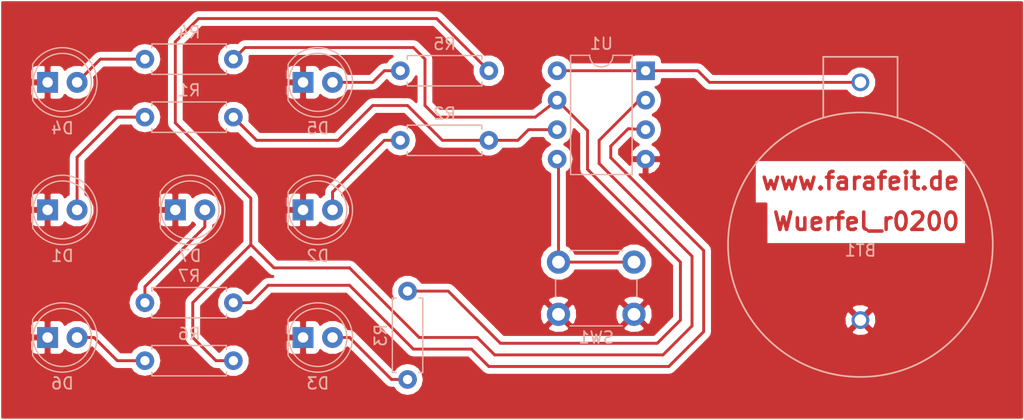
<source format=kicad_pcb>
(kicad_pcb (version 4) (host pcbnew 4.0.7)

  (general
    (links 28)
    (no_connects 0)
    (area 119.899999 51.899999 208.100001 88.100001)
    (thickness 1.6)
    (drawings 10)
    (tracks 87)
    (zones 0)
    (modules 17)
    (nets 15)
  )

  (page A4)
  (layers
    (0 F.Cu signal)
    (31 B.Cu signal)
    (32 B.Adhes user)
    (33 F.Adhes user)
    (34 B.Paste user)
    (35 F.Paste user)
    (36 B.SilkS user)
    (37 F.SilkS user)
    (38 B.Mask user)
    (39 F.Mask user)
    (40 Dwgs.User user)
    (41 Cmts.User user)
    (42 Eco1.User user)
    (43 Eco2.User user)
    (44 Edge.Cuts user)
    (45 Margin user)
    (46 B.CrtYd user)
    (47 F.CrtYd user)
    (48 B.Fab user)
    (49 F.Fab user)
  )

  (setup
    (last_trace_width 0.25)
    (trace_clearance 0.2)
    (zone_clearance 0.508)
    (zone_45_only no)
    (trace_min 0.2)
    (segment_width 0.2)
    (edge_width 0.15)
    (via_size 0.6)
    (via_drill 0.4)
    (via_min_size 0.4)
    (via_min_drill 0.3)
    (uvia_size 0.3)
    (uvia_drill 0.1)
    (uvias_allowed no)
    (uvia_min_size 0.2)
    (uvia_min_drill 0.1)
    (pcb_text_width 0.3)
    (pcb_text_size 1.5 1.5)
    (mod_edge_width 0.15)
    (mod_text_size 1 1)
    (mod_text_width 0.15)
    (pad_size 1.524 1.524)
    (pad_drill 0.762)
    (pad_to_mask_clearance 0.2)
    (aux_axis_origin 0 0)
    (grid_origin 120 88)
    (visible_elements FFFFFF7F)
    (pcbplotparams
      (layerselection 0x00030_80000001)
      (usegerberextensions false)
      (excludeedgelayer true)
      (linewidth 0.100000)
      (plotframeref false)
      (viasonmask false)
      (mode 1)
      (useauxorigin false)
      (hpglpennumber 1)
      (hpglpenspeed 20)
      (hpglpendiameter 15)
      (hpglpenoverlay 2)
      (psnegative false)
      (psa4output false)
      (plotreference true)
      (plotvalue true)
      (plotinvisibletext false)
      (padsonsilk false)
      (subtractmaskfromsilk false)
      (outputformat 1)
      (mirror false)
      (drillshape 0)
      (scaleselection 1)
      (outputdirectory ""))
  )

  (net 0 "")
  (net 1 GND)
  (net 2 "Net-(D1-Pad2)")
  (net 3 "Net-(D2-Pad2)")
  (net 4 "Net-(D3-Pad2)")
  (net 5 "Net-(D4-Pad2)")
  (net 6 "Net-(D5-Pad2)")
  (net 7 "Net-(D6-Pad2)")
  (net 8 "Net-(D7-Pad2)")
  (net 9 "Net-(R1-Pad1)")
  (net 10 "Net-(R3-Pad1)")
  (net 11 "Net-(R5-Pad1)")
  (net 12 "Net-(R7-Pad1)")
  (net 13 "Net-(SW1-Pad2)")
  (net 14 /+3V)

  (net_class Default "Dies ist die voreingestellte Netzklasse."
    (clearance 0.2)
    (trace_width 0.25)
    (via_dia 0.6)
    (via_drill 0.4)
    (uvia_dia 0.3)
    (uvia_drill 0.1)
    (add_net /+3V)
    (add_net GND)
    (add_net "Net-(D1-Pad2)")
    (add_net "Net-(D2-Pad2)")
    (add_net "Net-(D3-Pad2)")
    (add_net "Net-(D4-Pad2)")
    (add_net "Net-(D5-Pad2)")
    (add_net "Net-(D6-Pad2)")
    (add_net "Net-(D7-Pad2)")
    (add_net "Net-(R1-Pad1)")
    (add_net "Net-(R3-Pad1)")
    (add_net "Net-(R5-Pad1)")
    (add_net "Net-(R7-Pad1)")
    (add_net "Net-(SW1-Pad2)")
  )

  (module LEDs:LED_D5.0mm (layer B.Cu) (tedit 5995936A) (tstamp 5AA41B38)
    (at 124 70)
    (descr "LED, diameter 5.0mm, 2 pins, http://cdn-reichelt.de/documents/datenblatt/A500/LL-504BC2E-009.pdf")
    (tags "LED diameter 5.0mm 2 pins")
    (path /5A9C5960)
    (fp_text reference D1 (at 1.27 3.96) (layer B.SilkS)
      (effects (font (size 1 1) (thickness 0.15)) (justify mirror))
    )
    (fp_text value LED (at 1.27 -3.96) (layer B.Fab)
      (effects (font (size 1 1) (thickness 0.15)) (justify mirror))
    )
    (fp_arc (start 1.27 0) (end -1.23 1.469694) (angle -299.1) (layer B.Fab) (width 0.1))
    (fp_arc (start 1.27 0) (end -1.29 1.54483) (angle -148.9) (layer B.SilkS) (width 0.12))
    (fp_arc (start 1.27 0) (end -1.29 -1.54483) (angle 148.9) (layer B.SilkS) (width 0.12))
    (fp_circle (center 1.27 0) (end 3.77 0) (layer B.Fab) (width 0.1))
    (fp_circle (center 1.27 0) (end 3.77 0) (layer B.SilkS) (width 0.12))
    (fp_line (start -1.23 1.469694) (end -1.23 -1.469694) (layer B.Fab) (width 0.1))
    (fp_line (start -1.29 1.545) (end -1.29 -1.545) (layer B.SilkS) (width 0.12))
    (fp_line (start -1.95 3.25) (end -1.95 -3.25) (layer B.CrtYd) (width 0.05))
    (fp_line (start -1.95 -3.25) (end 4.5 -3.25) (layer B.CrtYd) (width 0.05))
    (fp_line (start 4.5 -3.25) (end 4.5 3.25) (layer B.CrtYd) (width 0.05))
    (fp_line (start 4.5 3.25) (end -1.95 3.25) (layer B.CrtYd) (width 0.05))
    (fp_text user %R (at 1.25 0) (layer B.Fab)
      (effects (font (size 0.8 0.8) (thickness 0.2)) (justify mirror))
    )
    (pad 1 thru_hole rect (at 0 0) (size 1.8 1.8) (drill 0.9) (layers *.Cu *.Mask)
      (net 1 GND))
    (pad 2 thru_hole circle (at 2.54 0) (size 1.8 1.8) (drill 0.9) (layers *.Cu *.Mask)
      (net 2 "Net-(D1-Pad2)"))
    (model ${KISYS3DMOD}/LEDs.3dshapes/LED_D5.0mm.wrl
      (at (xyz 0 0 0))
      (scale (xyz 0.393701 0.393701 0.393701))
      (rotate (xyz 0 0 0))
    )
  )

  (module LEDs:LED_D5.0mm (layer B.Cu) (tedit 5995936A) (tstamp 5AA41B3E)
    (at 146 70)
    (descr "LED, diameter 5.0mm, 2 pins, http://cdn-reichelt.de/documents/datenblatt/A500/LL-504BC2E-009.pdf")
    (tags "LED diameter 5.0mm 2 pins")
    (path /5A9C591C)
    (fp_text reference D2 (at 1.27 3.96) (layer B.SilkS)
      (effects (font (size 1 1) (thickness 0.15)) (justify mirror))
    )
    (fp_text value LED (at 1.27 -3.96) (layer B.Fab)
      (effects (font (size 1 1) (thickness 0.15)) (justify mirror))
    )
    (fp_arc (start 1.27 0) (end -1.23 1.469694) (angle -299.1) (layer B.Fab) (width 0.1))
    (fp_arc (start 1.27 0) (end -1.29 1.54483) (angle -148.9) (layer B.SilkS) (width 0.12))
    (fp_arc (start 1.27 0) (end -1.29 -1.54483) (angle 148.9) (layer B.SilkS) (width 0.12))
    (fp_circle (center 1.27 0) (end 3.77 0) (layer B.Fab) (width 0.1))
    (fp_circle (center 1.27 0) (end 3.77 0) (layer B.SilkS) (width 0.12))
    (fp_line (start -1.23 1.469694) (end -1.23 -1.469694) (layer B.Fab) (width 0.1))
    (fp_line (start -1.29 1.545) (end -1.29 -1.545) (layer B.SilkS) (width 0.12))
    (fp_line (start -1.95 3.25) (end -1.95 -3.25) (layer B.CrtYd) (width 0.05))
    (fp_line (start -1.95 -3.25) (end 4.5 -3.25) (layer B.CrtYd) (width 0.05))
    (fp_line (start 4.5 -3.25) (end 4.5 3.25) (layer B.CrtYd) (width 0.05))
    (fp_line (start 4.5 3.25) (end -1.95 3.25) (layer B.CrtYd) (width 0.05))
    (fp_text user %R (at 1.25 0) (layer B.Fab)
      (effects (font (size 0.8 0.8) (thickness 0.2)) (justify mirror))
    )
    (pad 1 thru_hole rect (at 0 0) (size 1.8 1.8) (drill 0.9) (layers *.Cu *.Mask)
      (net 1 GND))
    (pad 2 thru_hole circle (at 2.54 0) (size 1.8 1.8) (drill 0.9) (layers *.Cu *.Mask)
      (net 3 "Net-(D2-Pad2)"))
    (model ${KISYS3DMOD}/LEDs.3dshapes/LED_D5.0mm.wrl
      (at (xyz 0 0 0))
      (scale (xyz 0.393701 0.393701 0.393701))
      (rotate (xyz 0 0 0))
    )
  )

  (module LEDs:LED_D5.0mm (layer B.Cu) (tedit 5995936A) (tstamp 5AA41B44)
    (at 146 81)
    (descr "LED, diameter 5.0mm, 2 pins, http://cdn-reichelt.de/documents/datenblatt/A500/LL-504BC2E-009.pdf")
    (tags "LED diameter 5.0mm 2 pins")
    (path /5A9C58DB)
    (fp_text reference D3 (at 1.27 3.96) (layer B.SilkS)
      (effects (font (size 1 1) (thickness 0.15)) (justify mirror))
    )
    (fp_text value LED (at 1.27 -3.96) (layer B.Fab)
      (effects (font (size 1 1) (thickness 0.15)) (justify mirror))
    )
    (fp_arc (start 1.27 0) (end -1.23 1.469694) (angle -299.1) (layer B.Fab) (width 0.1))
    (fp_arc (start 1.27 0) (end -1.29 1.54483) (angle -148.9) (layer B.SilkS) (width 0.12))
    (fp_arc (start 1.27 0) (end -1.29 -1.54483) (angle 148.9) (layer B.SilkS) (width 0.12))
    (fp_circle (center 1.27 0) (end 3.77 0) (layer B.Fab) (width 0.1))
    (fp_circle (center 1.27 0) (end 3.77 0) (layer B.SilkS) (width 0.12))
    (fp_line (start -1.23 1.469694) (end -1.23 -1.469694) (layer B.Fab) (width 0.1))
    (fp_line (start -1.29 1.545) (end -1.29 -1.545) (layer B.SilkS) (width 0.12))
    (fp_line (start -1.95 3.25) (end -1.95 -3.25) (layer B.CrtYd) (width 0.05))
    (fp_line (start -1.95 -3.25) (end 4.5 -3.25) (layer B.CrtYd) (width 0.05))
    (fp_line (start 4.5 -3.25) (end 4.5 3.25) (layer B.CrtYd) (width 0.05))
    (fp_line (start 4.5 3.25) (end -1.95 3.25) (layer B.CrtYd) (width 0.05))
    (fp_text user %R (at 1.25 0) (layer B.Fab)
      (effects (font (size 0.8 0.8) (thickness 0.2)) (justify mirror))
    )
    (pad 1 thru_hole rect (at 0 0) (size 1.8 1.8) (drill 0.9) (layers *.Cu *.Mask)
      (net 1 GND))
    (pad 2 thru_hole circle (at 2.54 0) (size 1.8 1.8) (drill 0.9) (layers *.Cu *.Mask)
      (net 4 "Net-(D3-Pad2)"))
    (model ${KISYS3DMOD}/LEDs.3dshapes/LED_D5.0mm.wrl
      (at (xyz 0 0 0))
      (scale (xyz 0.393701 0.393701 0.393701))
      (rotate (xyz 0 0 0))
    )
  )

  (module LEDs:LED_D5.0mm (layer B.Cu) (tedit 5995936A) (tstamp 5AA41B4A)
    (at 124 59)
    (descr "LED, diameter 5.0mm, 2 pins, http://cdn-reichelt.de/documents/datenblatt/A500/LL-504BC2E-009.pdf")
    (tags "LED diameter 5.0mm 2 pins")
    (path /5A9C5885)
    (fp_text reference D4 (at 1.27 3.96) (layer B.SilkS)
      (effects (font (size 1 1) (thickness 0.15)) (justify mirror))
    )
    (fp_text value LED (at 1.27 -3.96) (layer B.Fab)
      (effects (font (size 1 1) (thickness 0.15)) (justify mirror))
    )
    (fp_arc (start 1.27 0) (end -1.23 1.469694) (angle -299.1) (layer B.Fab) (width 0.1))
    (fp_arc (start 1.27 0) (end -1.29 1.54483) (angle -148.9) (layer B.SilkS) (width 0.12))
    (fp_arc (start 1.27 0) (end -1.29 -1.54483) (angle 148.9) (layer B.SilkS) (width 0.12))
    (fp_circle (center 1.27 0) (end 3.77 0) (layer B.Fab) (width 0.1))
    (fp_circle (center 1.27 0) (end 3.77 0) (layer B.SilkS) (width 0.12))
    (fp_line (start -1.23 1.469694) (end -1.23 -1.469694) (layer B.Fab) (width 0.1))
    (fp_line (start -1.29 1.545) (end -1.29 -1.545) (layer B.SilkS) (width 0.12))
    (fp_line (start -1.95 3.25) (end -1.95 -3.25) (layer B.CrtYd) (width 0.05))
    (fp_line (start -1.95 -3.25) (end 4.5 -3.25) (layer B.CrtYd) (width 0.05))
    (fp_line (start 4.5 -3.25) (end 4.5 3.25) (layer B.CrtYd) (width 0.05))
    (fp_line (start 4.5 3.25) (end -1.95 3.25) (layer B.CrtYd) (width 0.05))
    (fp_text user %R (at 1.25 0) (layer B.Fab)
      (effects (font (size 0.8 0.8) (thickness 0.2)) (justify mirror))
    )
    (pad 1 thru_hole rect (at 0 0) (size 1.8 1.8) (drill 0.9) (layers *.Cu *.Mask)
      (net 1 GND))
    (pad 2 thru_hole circle (at 2.54 0) (size 1.8 1.8) (drill 0.9) (layers *.Cu *.Mask)
      (net 5 "Net-(D4-Pad2)"))
    (model ${KISYS3DMOD}/LEDs.3dshapes/LED_D5.0mm.wrl
      (at (xyz 0 0 0))
      (scale (xyz 0.393701 0.393701 0.393701))
      (rotate (xyz 0 0 0))
    )
  )

  (module LEDs:LED_D5.0mm (layer B.Cu) (tedit 5995936A) (tstamp 5AA41B50)
    (at 146 59)
    (descr "LED, diameter 5.0mm, 2 pins, http://cdn-reichelt.de/documents/datenblatt/A500/LL-504BC2E-009.pdf")
    (tags "LED diameter 5.0mm 2 pins")
    (path /5A9C55F8)
    (fp_text reference D5 (at 1.27 3.96) (layer B.SilkS)
      (effects (font (size 1 1) (thickness 0.15)) (justify mirror))
    )
    (fp_text value LED (at 1.27 -3.96) (layer B.Fab)
      (effects (font (size 1 1) (thickness 0.15)) (justify mirror))
    )
    (fp_arc (start 1.27 0) (end -1.23 1.469694) (angle -299.1) (layer B.Fab) (width 0.1))
    (fp_arc (start 1.27 0) (end -1.29 1.54483) (angle -148.9) (layer B.SilkS) (width 0.12))
    (fp_arc (start 1.27 0) (end -1.29 -1.54483) (angle 148.9) (layer B.SilkS) (width 0.12))
    (fp_circle (center 1.27 0) (end 3.77 0) (layer B.Fab) (width 0.1))
    (fp_circle (center 1.27 0) (end 3.77 0) (layer B.SilkS) (width 0.12))
    (fp_line (start -1.23 1.469694) (end -1.23 -1.469694) (layer B.Fab) (width 0.1))
    (fp_line (start -1.29 1.545) (end -1.29 -1.545) (layer B.SilkS) (width 0.12))
    (fp_line (start -1.95 3.25) (end -1.95 -3.25) (layer B.CrtYd) (width 0.05))
    (fp_line (start -1.95 -3.25) (end 4.5 -3.25) (layer B.CrtYd) (width 0.05))
    (fp_line (start 4.5 -3.25) (end 4.5 3.25) (layer B.CrtYd) (width 0.05))
    (fp_line (start 4.5 3.25) (end -1.95 3.25) (layer B.CrtYd) (width 0.05))
    (fp_text user %R (at 1.25 0) (layer B.Fab)
      (effects (font (size 0.8 0.8) (thickness 0.2)) (justify mirror))
    )
    (pad 1 thru_hole rect (at 0 0) (size 1.8 1.8) (drill 0.9) (layers *.Cu *.Mask)
      (net 1 GND))
    (pad 2 thru_hole circle (at 2.54 0) (size 1.8 1.8) (drill 0.9) (layers *.Cu *.Mask)
      (net 6 "Net-(D5-Pad2)"))
    (model ${KISYS3DMOD}/LEDs.3dshapes/LED_D5.0mm.wrl
      (at (xyz 0 0 0))
      (scale (xyz 0.393701 0.393701 0.393701))
      (rotate (xyz 0 0 0))
    )
  )

  (module LEDs:LED_D5.0mm (layer B.Cu) (tedit 5995936A) (tstamp 5AA41B56)
    (at 124 81)
    (descr "LED, diameter 5.0mm, 2 pins, http://cdn-reichelt.de/documents/datenblatt/A500/LL-504BC2E-009.pdf")
    (tags "LED diameter 5.0mm 2 pins")
    (path /5A9C55C4)
    (fp_text reference D6 (at 1.27 3.96) (layer B.SilkS)
      (effects (font (size 1 1) (thickness 0.15)) (justify mirror))
    )
    (fp_text value LED (at 1.27 -3.96) (layer B.Fab)
      (effects (font (size 1 1) (thickness 0.15)) (justify mirror))
    )
    (fp_arc (start 1.27 0) (end -1.23 1.469694) (angle -299.1) (layer B.Fab) (width 0.1))
    (fp_arc (start 1.27 0) (end -1.29 1.54483) (angle -148.9) (layer B.SilkS) (width 0.12))
    (fp_arc (start 1.27 0) (end -1.29 -1.54483) (angle 148.9) (layer B.SilkS) (width 0.12))
    (fp_circle (center 1.27 0) (end 3.77 0) (layer B.Fab) (width 0.1))
    (fp_circle (center 1.27 0) (end 3.77 0) (layer B.SilkS) (width 0.12))
    (fp_line (start -1.23 1.469694) (end -1.23 -1.469694) (layer B.Fab) (width 0.1))
    (fp_line (start -1.29 1.545) (end -1.29 -1.545) (layer B.SilkS) (width 0.12))
    (fp_line (start -1.95 3.25) (end -1.95 -3.25) (layer B.CrtYd) (width 0.05))
    (fp_line (start -1.95 -3.25) (end 4.5 -3.25) (layer B.CrtYd) (width 0.05))
    (fp_line (start 4.5 -3.25) (end 4.5 3.25) (layer B.CrtYd) (width 0.05))
    (fp_line (start 4.5 3.25) (end -1.95 3.25) (layer B.CrtYd) (width 0.05))
    (fp_text user %R (at 1.25 0) (layer B.Fab)
      (effects (font (size 0.8 0.8) (thickness 0.2)) (justify mirror))
    )
    (pad 1 thru_hole rect (at 0 0) (size 1.8 1.8) (drill 0.9) (layers *.Cu *.Mask)
      (net 1 GND))
    (pad 2 thru_hole circle (at 2.54 0) (size 1.8 1.8) (drill 0.9) (layers *.Cu *.Mask)
      (net 7 "Net-(D6-Pad2)"))
    (model ${KISYS3DMOD}/LEDs.3dshapes/LED_D5.0mm.wrl
      (at (xyz 0 0 0))
      (scale (xyz 0.393701 0.393701 0.393701))
      (rotate (xyz 0 0 0))
    )
  )

  (module LEDs:LED_D5.0mm (layer B.Cu) (tedit 5995936A) (tstamp 5AA41B5C)
    (at 135 70)
    (descr "LED, diameter 5.0mm, 2 pins, http://cdn-reichelt.de/documents/datenblatt/A500/LL-504BC2E-009.pdf")
    (tags "LED diameter 5.0mm 2 pins")
    (path /5A9C54B1)
    (fp_text reference D7 (at 1.27 3.96) (layer B.SilkS)
      (effects (font (size 1 1) (thickness 0.15)) (justify mirror))
    )
    (fp_text value LED (at 1.27 -3.96) (layer B.Fab)
      (effects (font (size 1 1) (thickness 0.15)) (justify mirror))
    )
    (fp_arc (start 1.27 0) (end -1.23 1.469694) (angle -299.1) (layer B.Fab) (width 0.1))
    (fp_arc (start 1.27 0) (end -1.29 1.54483) (angle -148.9) (layer B.SilkS) (width 0.12))
    (fp_arc (start 1.27 0) (end -1.29 -1.54483) (angle 148.9) (layer B.SilkS) (width 0.12))
    (fp_circle (center 1.27 0) (end 3.77 0) (layer B.Fab) (width 0.1))
    (fp_circle (center 1.27 0) (end 3.77 0) (layer B.SilkS) (width 0.12))
    (fp_line (start -1.23 1.469694) (end -1.23 -1.469694) (layer B.Fab) (width 0.1))
    (fp_line (start -1.29 1.545) (end -1.29 -1.545) (layer B.SilkS) (width 0.12))
    (fp_line (start -1.95 3.25) (end -1.95 -3.25) (layer B.CrtYd) (width 0.05))
    (fp_line (start -1.95 -3.25) (end 4.5 -3.25) (layer B.CrtYd) (width 0.05))
    (fp_line (start 4.5 -3.25) (end 4.5 3.25) (layer B.CrtYd) (width 0.05))
    (fp_line (start 4.5 3.25) (end -1.95 3.25) (layer B.CrtYd) (width 0.05))
    (fp_text user %R (at 1.25 0) (layer B.Fab)
      (effects (font (size 0.8 0.8) (thickness 0.2)) (justify mirror))
    )
    (pad 1 thru_hole rect (at 0 0) (size 1.8 1.8) (drill 0.9) (layers *.Cu *.Mask)
      (net 1 GND))
    (pad 2 thru_hole circle (at 2.54 0) (size 1.8 1.8) (drill 0.9) (layers *.Cu *.Mask)
      (net 8 "Net-(D7-Pad2)"))
    (model ${KISYS3DMOD}/LEDs.3dshapes/LED_D5.0mm.wrl
      (at (xyz 0 0 0))
      (scale (xyz 0.393701 0.393701 0.393701))
      (rotate (xyz 0 0 0))
    )
  )

  (module Resistors_THT:R_Axial_DIN0207_L6.3mm_D2.5mm_P7.62mm_Horizontal (layer B.Cu) (tedit 5874F706) (tstamp 5AA41B62)
    (at 140 62 180)
    (descr "Resistor, Axial_DIN0207 series, Axial, Horizontal, pin pitch=7.62mm, 0.25W = 1/4W, length*diameter=6.3*2.5mm^2, http://cdn-reichelt.de/documents/datenblatt/B400/1_4W%23YAG.pdf")
    (tags "Resistor Axial_DIN0207 series Axial Horizontal pin pitch 7.62mm 0.25W = 1/4W length 6.3mm diameter 2.5mm")
    (path /5A9C5455)
    (fp_text reference R1 (at 3.81 2.31 180) (layer B.SilkS)
      (effects (font (size 1 1) (thickness 0.15)) (justify mirror))
    )
    (fp_text value 100R (at 3.81 -2.31 180) (layer B.Fab)
      (effects (font (size 1 1) (thickness 0.15)) (justify mirror))
    )
    (fp_line (start 0.66 1.25) (end 0.66 -1.25) (layer B.Fab) (width 0.1))
    (fp_line (start 0.66 -1.25) (end 6.96 -1.25) (layer B.Fab) (width 0.1))
    (fp_line (start 6.96 -1.25) (end 6.96 1.25) (layer B.Fab) (width 0.1))
    (fp_line (start 6.96 1.25) (end 0.66 1.25) (layer B.Fab) (width 0.1))
    (fp_line (start 0 0) (end 0.66 0) (layer B.Fab) (width 0.1))
    (fp_line (start 7.62 0) (end 6.96 0) (layer B.Fab) (width 0.1))
    (fp_line (start 0.6 0.98) (end 0.6 1.31) (layer B.SilkS) (width 0.12))
    (fp_line (start 0.6 1.31) (end 7.02 1.31) (layer B.SilkS) (width 0.12))
    (fp_line (start 7.02 1.31) (end 7.02 0.98) (layer B.SilkS) (width 0.12))
    (fp_line (start 0.6 -0.98) (end 0.6 -1.31) (layer B.SilkS) (width 0.12))
    (fp_line (start 0.6 -1.31) (end 7.02 -1.31) (layer B.SilkS) (width 0.12))
    (fp_line (start 7.02 -1.31) (end 7.02 -0.98) (layer B.SilkS) (width 0.12))
    (fp_line (start -1.05 1.6) (end -1.05 -1.6) (layer B.CrtYd) (width 0.05))
    (fp_line (start -1.05 -1.6) (end 8.7 -1.6) (layer B.CrtYd) (width 0.05))
    (fp_line (start 8.7 -1.6) (end 8.7 1.6) (layer B.CrtYd) (width 0.05))
    (fp_line (start 8.7 1.6) (end -1.05 1.6) (layer B.CrtYd) (width 0.05))
    (pad 1 thru_hole circle (at 0 0 180) (size 1.6 1.6) (drill 0.8) (layers *.Cu *.Mask)
      (net 9 "Net-(R1-Pad1)"))
    (pad 2 thru_hole oval (at 7.62 0 180) (size 1.6 1.6) (drill 0.8) (layers *.Cu *.Mask)
      (net 2 "Net-(D1-Pad2)"))
    (model ${KISYS3DMOD}/Resistors_THT.3dshapes/R_Axial_DIN0207_L6.3mm_D2.5mm_P7.62mm_Horizontal.wrl
      (at (xyz 0 0 0))
      (scale (xyz 0.393701 0.393701 0.393701))
      (rotate (xyz 0 0 0))
    )
  )

  (module Resistors_THT:R_Axial_DIN0207_L6.3mm_D2.5mm_P7.62mm_Horizontal (layer B.Cu) (tedit 5874F706) (tstamp 5AA41B68)
    (at 162 64 180)
    (descr "Resistor, Axial_DIN0207 series, Axial, Horizontal, pin pitch=7.62mm, 0.25W = 1/4W, length*diameter=6.3*2.5mm^2, http://cdn-reichelt.de/documents/datenblatt/B400/1_4W%23YAG.pdf")
    (tags "Resistor Axial_DIN0207 series Axial Horizontal pin pitch 7.62mm 0.25W = 1/4W length 6.3mm diameter 2.5mm")
    (path /5A9C542A)
    (fp_text reference R2 (at 3.81 2.31 180) (layer B.SilkS)
      (effects (font (size 1 1) (thickness 0.15)) (justify mirror))
    )
    (fp_text value 100R (at 3.81 -2.31 180) (layer B.Fab)
      (effects (font (size 1 1) (thickness 0.15)) (justify mirror))
    )
    (fp_line (start 0.66 1.25) (end 0.66 -1.25) (layer B.Fab) (width 0.1))
    (fp_line (start 0.66 -1.25) (end 6.96 -1.25) (layer B.Fab) (width 0.1))
    (fp_line (start 6.96 -1.25) (end 6.96 1.25) (layer B.Fab) (width 0.1))
    (fp_line (start 6.96 1.25) (end 0.66 1.25) (layer B.Fab) (width 0.1))
    (fp_line (start 0 0) (end 0.66 0) (layer B.Fab) (width 0.1))
    (fp_line (start 7.62 0) (end 6.96 0) (layer B.Fab) (width 0.1))
    (fp_line (start 0.6 0.98) (end 0.6 1.31) (layer B.SilkS) (width 0.12))
    (fp_line (start 0.6 1.31) (end 7.02 1.31) (layer B.SilkS) (width 0.12))
    (fp_line (start 7.02 1.31) (end 7.02 0.98) (layer B.SilkS) (width 0.12))
    (fp_line (start 0.6 -0.98) (end 0.6 -1.31) (layer B.SilkS) (width 0.12))
    (fp_line (start 0.6 -1.31) (end 7.02 -1.31) (layer B.SilkS) (width 0.12))
    (fp_line (start 7.02 -1.31) (end 7.02 -0.98) (layer B.SilkS) (width 0.12))
    (fp_line (start -1.05 1.6) (end -1.05 -1.6) (layer B.CrtYd) (width 0.05))
    (fp_line (start -1.05 -1.6) (end 8.7 -1.6) (layer B.CrtYd) (width 0.05))
    (fp_line (start 8.7 -1.6) (end 8.7 1.6) (layer B.CrtYd) (width 0.05))
    (fp_line (start 8.7 1.6) (end -1.05 1.6) (layer B.CrtYd) (width 0.05))
    (pad 1 thru_hole circle (at 0 0 180) (size 1.6 1.6) (drill 0.8) (layers *.Cu *.Mask)
      (net 9 "Net-(R1-Pad1)"))
    (pad 2 thru_hole oval (at 7.62 0 180) (size 1.6 1.6) (drill 0.8) (layers *.Cu *.Mask)
      (net 3 "Net-(D2-Pad2)"))
    (model ${KISYS3DMOD}/Resistors_THT.3dshapes/R_Axial_DIN0207_L6.3mm_D2.5mm_P7.62mm_Horizontal.wrl
      (at (xyz 0 0 0))
      (scale (xyz 0.393701 0.393701 0.393701))
      (rotate (xyz 0 0 0))
    )
  )

  (module Resistors_THT:R_Axial_DIN0207_L6.3mm_D2.5mm_P7.62mm_Horizontal (layer B.Cu) (tedit 5874F706) (tstamp 5AA41B6E)
    (at 155 77 270)
    (descr "Resistor, Axial_DIN0207 series, Axial, Horizontal, pin pitch=7.62mm, 0.25W = 1/4W, length*diameter=6.3*2.5mm^2, http://cdn-reichelt.de/documents/datenblatt/B400/1_4W%23YAG.pdf")
    (tags "Resistor Axial_DIN0207 series Axial Horizontal pin pitch 7.62mm 0.25W = 1/4W length 6.3mm diameter 2.5mm")
    (path /5A9C5402)
    (fp_text reference R3 (at 3.81 2.31 270) (layer B.SilkS)
      (effects (font (size 1 1) (thickness 0.15)) (justify mirror))
    )
    (fp_text value 100R (at 3.81 -2.31 270) (layer B.Fab)
      (effects (font (size 1 1) (thickness 0.15)) (justify mirror))
    )
    (fp_line (start 0.66 1.25) (end 0.66 -1.25) (layer B.Fab) (width 0.1))
    (fp_line (start 0.66 -1.25) (end 6.96 -1.25) (layer B.Fab) (width 0.1))
    (fp_line (start 6.96 -1.25) (end 6.96 1.25) (layer B.Fab) (width 0.1))
    (fp_line (start 6.96 1.25) (end 0.66 1.25) (layer B.Fab) (width 0.1))
    (fp_line (start 0 0) (end 0.66 0) (layer B.Fab) (width 0.1))
    (fp_line (start 7.62 0) (end 6.96 0) (layer B.Fab) (width 0.1))
    (fp_line (start 0.6 0.98) (end 0.6 1.31) (layer B.SilkS) (width 0.12))
    (fp_line (start 0.6 1.31) (end 7.02 1.31) (layer B.SilkS) (width 0.12))
    (fp_line (start 7.02 1.31) (end 7.02 0.98) (layer B.SilkS) (width 0.12))
    (fp_line (start 0.6 -0.98) (end 0.6 -1.31) (layer B.SilkS) (width 0.12))
    (fp_line (start 0.6 -1.31) (end 7.02 -1.31) (layer B.SilkS) (width 0.12))
    (fp_line (start 7.02 -1.31) (end 7.02 -0.98) (layer B.SilkS) (width 0.12))
    (fp_line (start -1.05 1.6) (end -1.05 -1.6) (layer B.CrtYd) (width 0.05))
    (fp_line (start -1.05 -1.6) (end 8.7 -1.6) (layer B.CrtYd) (width 0.05))
    (fp_line (start 8.7 -1.6) (end 8.7 1.6) (layer B.CrtYd) (width 0.05))
    (fp_line (start 8.7 1.6) (end -1.05 1.6) (layer B.CrtYd) (width 0.05))
    (pad 1 thru_hole circle (at 0 0 270) (size 1.6 1.6) (drill 0.8) (layers *.Cu *.Mask)
      (net 10 "Net-(R3-Pad1)"))
    (pad 2 thru_hole oval (at 7.62 0 270) (size 1.6 1.6) (drill 0.8) (layers *.Cu *.Mask)
      (net 4 "Net-(D3-Pad2)"))
    (model ${KISYS3DMOD}/Resistors_THT.3dshapes/R_Axial_DIN0207_L6.3mm_D2.5mm_P7.62mm_Horizontal.wrl
      (at (xyz 0 0 0))
      (scale (xyz 0.393701 0.393701 0.393701))
      (rotate (xyz 0 0 0))
    )
  )

  (module Resistors_THT:R_Axial_DIN0207_L6.3mm_D2.5mm_P7.62mm_Horizontal (layer B.Cu) (tedit 5874F706) (tstamp 5AA41B74)
    (at 140 57 180)
    (descr "Resistor, Axial_DIN0207 series, Axial, Horizontal, pin pitch=7.62mm, 0.25W = 1/4W, length*diameter=6.3*2.5mm^2, http://cdn-reichelt.de/documents/datenblatt/B400/1_4W%23YAG.pdf")
    (tags "Resistor Axial_DIN0207 series Axial Horizontal pin pitch 7.62mm 0.25W = 1/4W length 6.3mm diameter 2.5mm")
    (path /5A9C53DD)
    (fp_text reference R4 (at 3.81 2.31 180) (layer B.SilkS)
      (effects (font (size 1 1) (thickness 0.15)) (justify mirror))
    )
    (fp_text value 100R (at 3.81 -2.31 180) (layer B.Fab)
      (effects (font (size 1 1) (thickness 0.15)) (justify mirror))
    )
    (fp_line (start 0.66 1.25) (end 0.66 -1.25) (layer B.Fab) (width 0.1))
    (fp_line (start 0.66 -1.25) (end 6.96 -1.25) (layer B.Fab) (width 0.1))
    (fp_line (start 6.96 -1.25) (end 6.96 1.25) (layer B.Fab) (width 0.1))
    (fp_line (start 6.96 1.25) (end 0.66 1.25) (layer B.Fab) (width 0.1))
    (fp_line (start 0 0) (end 0.66 0) (layer B.Fab) (width 0.1))
    (fp_line (start 7.62 0) (end 6.96 0) (layer B.Fab) (width 0.1))
    (fp_line (start 0.6 0.98) (end 0.6 1.31) (layer B.SilkS) (width 0.12))
    (fp_line (start 0.6 1.31) (end 7.02 1.31) (layer B.SilkS) (width 0.12))
    (fp_line (start 7.02 1.31) (end 7.02 0.98) (layer B.SilkS) (width 0.12))
    (fp_line (start 0.6 -0.98) (end 0.6 -1.31) (layer B.SilkS) (width 0.12))
    (fp_line (start 0.6 -1.31) (end 7.02 -1.31) (layer B.SilkS) (width 0.12))
    (fp_line (start 7.02 -1.31) (end 7.02 -0.98) (layer B.SilkS) (width 0.12))
    (fp_line (start -1.05 1.6) (end -1.05 -1.6) (layer B.CrtYd) (width 0.05))
    (fp_line (start -1.05 -1.6) (end 8.7 -1.6) (layer B.CrtYd) (width 0.05))
    (fp_line (start 8.7 -1.6) (end 8.7 1.6) (layer B.CrtYd) (width 0.05))
    (fp_line (start 8.7 1.6) (end -1.05 1.6) (layer B.CrtYd) (width 0.05))
    (pad 1 thru_hole circle (at 0 0 180) (size 1.6 1.6) (drill 0.8) (layers *.Cu *.Mask)
      (net 10 "Net-(R3-Pad1)"))
    (pad 2 thru_hole oval (at 7.62 0 180) (size 1.6 1.6) (drill 0.8) (layers *.Cu *.Mask)
      (net 5 "Net-(D4-Pad2)"))
    (model ${KISYS3DMOD}/Resistors_THT.3dshapes/R_Axial_DIN0207_L6.3mm_D2.5mm_P7.62mm_Horizontal.wrl
      (at (xyz 0 0 0))
      (scale (xyz 0.393701 0.393701 0.393701))
      (rotate (xyz 0 0 0))
    )
  )

  (module Resistors_THT:R_Axial_DIN0207_L6.3mm_D2.5mm_P7.62mm_Horizontal (layer B.Cu) (tedit 5874F706) (tstamp 5AA41B7A)
    (at 162 58 180)
    (descr "Resistor, Axial_DIN0207 series, Axial, Horizontal, pin pitch=7.62mm, 0.25W = 1/4W, length*diameter=6.3*2.5mm^2, http://cdn-reichelt.de/documents/datenblatt/B400/1_4W%23YAG.pdf")
    (tags "Resistor Axial_DIN0207 series Axial Horizontal pin pitch 7.62mm 0.25W = 1/4W length 6.3mm diameter 2.5mm")
    (path /5A9C53B7)
    (fp_text reference R5 (at 3.81 2.31 180) (layer B.SilkS)
      (effects (font (size 1 1) (thickness 0.15)) (justify mirror))
    )
    (fp_text value 100R (at 3.81 -2.31 180) (layer B.Fab)
      (effects (font (size 1 1) (thickness 0.15)) (justify mirror))
    )
    (fp_line (start 0.66 1.25) (end 0.66 -1.25) (layer B.Fab) (width 0.1))
    (fp_line (start 0.66 -1.25) (end 6.96 -1.25) (layer B.Fab) (width 0.1))
    (fp_line (start 6.96 -1.25) (end 6.96 1.25) (layer B.Fab) (width 0.1))
    (fp_line (start 6.96 1.25) (end 0.66 1.25) (layer B.Fab) (width 0.1))
    (fp_line (start 0 0) (end 0.66 0) (layer B.Fab) (width 0.1))
    (fp_line (start 7.62 0) (end 6.96 0) (layer B.Fab) (width 0.1))
    (fp_line (start 0.6 0.98) (end 0.6 1.31) (layer B.SilkS) (width 0.12))
    (fp_line (start 0.6 1.31) (end 7.02 1.31) (layer B.SilkS) (width 0.12))
    (fp_line (start 7.02 1.31) (end 7.02 0.98) (layer B.SilkS) (width 0.12))
    (fp_line (start 0.6 -0.98) (end 0.6 -1.31) (layer B.SilkS) (width 0.12))
    (fp_line (start 0.6 -1.31) (end 7.02 -1.31) (layer B.SilkS) (width 0.12))
    (fp_line (start 7.02 -1.31) (end 7.02 -0.98) (layer B.SilkS) (width 0.12))
    (fp_line (start -1.05 1.6) (end -1.05 -1.6) (layer B.CrtYd) (width 0.05))
    (fp_line (start -1.05 -1.6) (end 8.7 -1.6) (layer B.CrtYd) (width 0.05))
    (fp_line (start 8.7 -1.6) (end 8.7 1.6) (layer B.CrtYd) (width 0.05))
    (fp_line (start 8.7 1.6) (end -1.05 1.6) (layer B.CrtYd) (width 0.05))
    (pad 1 thru_hole circle (at 0 0 180) (size 1.6 1.6) (drill 0.8) (layers *.Cu *.Mask)
      (net 11 "Net-(R5-Pad1)"))
    (pad 2 thru_hole oval (at 7.62 0 180) (size 1.6 1.6) (drill 0.8) (layers *.Cu *.Mask)
      (net 6 "Net-(D5-Pad2)"))
    (model ${KISYS3DMOD}/Resistors_THT.3dshapes/R_Axial_DIN0207_L6.3mm_D2.5mm_P7.62mm_Horizontal.wrl
      (at (xyz 0 0 0))
      (scale (xyz 0.393701 0.393701 0.393701))
      (rotate (xyz 0 0 0))
    )
  )

  (module Resistors_THT:R_Axial_DIN0207_L6.3mm_D2.5mm_P7.62mm_Horizontal (layer B.Cu) (tedit 5874F706) (tstamp 5AA41B80)
    (at 140 83 180)
    (descr "Resistor, Axial_DIN0207 series, Axial, Horizontal, pin pitch=7.62mm, 0.25W = 1/4W, length*diameter=6.3*2.5mm^2, http://cdn-reichelt.de/documents/datenblatt/B400/1_4W%23YAG.pdf")
    (tags "Resistor Axial_DIN0207 series Axial Horizontal pin pitch 7.62mm 0.25W = 1/4W length 6.3mm diameter 2.5mm")
    (path /5A9C5357)
    (fp_text reference R6 (at 3.81 2.31 180) (layer B.SilkS)
      (effects (font (size 1 1) (thickness 0.15)) (justify mirror))
    )
    (fp_text value 100R (at 3.81 -2.31 180) (layer B.Fab)
      (effects (font (size 1 1) (thickness 0.15)) (justify mirror))
    )
    (fp_line (start 0.66 1.25) (end 0.66 -1.25) (layer B.Fab) (width 0.1))
    (fp_line (start 0.66 -1.25) (end 6.96 -1.25) (layer B.Fab) (width 0.1))
    (fp_line (start 6.96 -1.25) (end 6.96 1.25) (layer B.Fab) (width 0.1))
    (fp_line (start 6.96 1.25) (end 0.66 1.25) (layer B.Fab) (width 0.1))
    (fp_line (start 0 0) (end 0.66 0) (layer B.Fab) (width 0.1))
    (fp_line (start 7.62 0) (end 6.96 0) (layer B.Fab) (width 0.1))
    (fp_line (start 0.6 0.98) (end 0.6 1.31) (layer B.SilkS) (width 0.12))
    (fp_line (start 0.6 1.31) (end 7.02 1.31) (layer B.SilkS) (width 0.12))
    (fp_line (start 7.02 1.31) (end 7.02 0.98) (layer B.SilkS) (width 0.12))
    (fp_line (start 0.6 -0.98) (end 0.6 -1.31) (layer B.SilkS) (width 0.12))
    (fp_line (start 0.6 -1.31) (end 7.02 -1.31) (layer B.SilkS) (width 0.12))
    (fp_line (start 7.02 -1.31) (end 7.02 -0.98) (layer B.SilkS) (width 0.12))
    (fp_line (start -1.05 1.6) (end -1.05 -1.6) (layer B.CrtYd) (width 0.05))
    (fp_line (start -1.05 -1.6) (end 8.7 -1.6) (layer B.CrtYd) (width 0.05))
    (fp_line (start 8.7 -1.6) (end 8.7 1.6) (layer B.CrtYd) (width 0.05))
    (fp_line (start 8.7 1.6) (end -1.05 1.6) (layer B.CrtYd) (width 0.05))
    (pad 1 thru_hole circle (at 0 0 180) (size 1.6 1.6) (drill 0.8) (layers *.Cu *.Mask)
      (net 11 "Net-(R5-Pad1)"))
    (pad 2 thru_hole oval (at 7.62 0 180) (size 1.6 1.6) (drill 0.8) (layers *.Cu *.Mask)
      (net 7 "Net-(D6-Pad2)"))
    (model ${KISYS3DMOD}/Resistors_THT.3dshapes/R_Axial_DIN0207_L6.3mm_D2.5mm_P7.62mm_Horizontal.wrl
      (at (xyz 0 0 0))
      (scale (xyz 0.393701 0.393701 0.393701))
      (rotate (xyz 0 0 0))
    )
  )

  (module Resistors_THT:R_Axial_DIN0207_L6.3mm_D2.5mm_P7.62mm_Horizontal (layer B.Cu) (tedit 5874F706) (tstamp 5AA41B86)
    (at 140 78 180)
    (descr "Resistor, Axial_DIN0207 series, Axial, Horizontal, pin pitch=7.62mm, 0.25W = 1/4W, length*diameter=6.3*2.5mm^2, http://cdn-reichelt.de/documents/datenblatt/B400/1_4W%23YAG.pdf")
    (tags "Resistor Axial_DIN0207 series Axial Horizontal pin pitch 7.62mm 0.25W = 1/4W length 6.3mm diameter 2.5mm")
    (path /5A9C4ADE)
    (fp_text reference R7 (at 3.81 2.31 180) (layer B.SilkS)
      (effects (font (size 1 1) (thickness 0.15)) (justify mirror))
    )
    (fp_text value 100R (at 3.81 -2.31 180) (layer B.Fab)
      (effects (font (size 1 1) (thickness 0.15)) (justify mirror))
    )
    (fp_line (start 0.66 1.25) (end 0.66 -1.25) (layer B.Fab) (width 0.1))
    (fp_line (start 0.66 -1.25) (end 6.96 -1.25) (layer B.Fab) (width 0.1))
    (fp_line (start 6.96 -1.25) (end 6.96 1.25) (layer B.Fab) (width 0.1))
    (fp_line (start 6.96 1.25) (end 0.66 1.25) (layer B.Fab) (width 0.1))
    (fp_line (start 0 0) (end 0.66 0) (layer B.Fab) (width 0.1))
    (fp_line (start 7.62 0) (end 6.96 0) (layer B.Fab) (width 0.1))
    (fp_line (start 0.6 0.98) (end 0.6 1.31) (layer B.SilkS) (width 0.12))
    (fp_line (start 0.6 1.31) (end 7.02 1.31) (layer B.SilkS) (width 0.12))
    (fp_line (start 7.02 1.31) (end 7.02 0.98) (layer B.SilkS) (width 0.12))
    (fp_line (start 0.6 -0.98) (end 0.6 -1.31) (layer B.SilkS) (width 0.12))
    (fp_line (start 0.6 -1.31) (end 7.02 -1.31) (layer B.SilkS) (width 0.12))
    (fp_line (start 7.02 -1.31) (end 7.02 -0.98) (layer B.SilkS) (width 0.12))
    (fp_line (start -1.05 1.6) (end -1.05 -1.6) (layer B.CrtYd) (width 0.05))
    (fp_line (start -1.05 -1.6) (end 8.7 -1.6) (layer B.CrtYd) (width 0.05))
    (fp_line (start 8.7 -1.6) (end 8.7 1.6) (layer B.CrtYd) (width 0.05))
    (fp_line (start 8.7 1.6) (end -1.05 1.6) (layer B.CrtYd) (width 0.05))
    (pad 1 thru_hole circle (at 0 0 180) (size 1.6 1.6) (drill 0.8) (layers *.Cu *.Mask)
      (net 12 "Net-(R7-Pad1)"))
    (pad 2 thru_hole oval (at 7.62 0 180) (size 1.6 1.6) (drill 0.8) (layers *.Cu *.Mask)
      (net 8 "Net-(D7-Pad2)"))
    (model ${KISYS3DMOD}/Resistors_THT.3dshapes/R_Axial_DIN0207_L6.3mm_D2.5mm_P7.62mm_Horizontal.wrl
      (at (xyz 0 0 0))
      (scale (xyz 0.393701 0.393701 0.393701))
      (rotate (xyz 0 0 0))
    )
  )

  (module Buttons_Switches_THT:SW_PUSH_6mm_h7.3mm (layer B.Cu) (tedit 5923F252) (tstamp 5AA41B8E)
    (at 168 79)
    (descr "tactile push button, 6x6mm e.g. PHAP33xx series, height=7.3mm")
    (tags "tact sw push 6mm")
    (path /5A9CCA93)
    (fp_text reference SW1 (at 3.25 2) (layer B.SilkS)
      (effects (font (size 1 1) (thickness 0.15)) (justify mirror))
    )
    (fp_text value SW_Push (at 3.75 -6.7) (layer B.Fab)
      (effects (font (size 1 1) (thickness 0.15)) (justify mirror))
    )
    (fp_text user %R (at 3.25 -2.25) (layer B.Fab)
      (effects (font (size 1 1) (thickness 0.15)) (justify mirror))
    )
    (fp_line (start 3.25 0.75) (end 6.25 0.75) (layer B.Fab) (width 0.1))
    (fp_line (start 6.25 0.75) (end 6.25 -5.25) (layer B.Fab) (width 0.1))
    (fp_line (start 6.25 -5.25) (end 0.25 -5.25) (layer B.Fab) (width 0.1))
    (fp_line (start 0.25 -5.25) (end 0.25 0.75) (layer B.Fab) (width 0.1))
    (fp_line (start 0.25 0.75) (end 3.25 0.75) (layer B.Fab) (width 0.1))
    (fp_line (start 7.75 -6) (end 8 -6) (layer B.CrtYd) (width 0.05))
    (fp_line (start 8 -6) (end 8 -5.75) (layer B.CrtYd) (width 0.05))
    (fp_line (start 7.75 1.5) (end 8 1.5) (layer B.CrtYd) (width 0.05))
    (fp_line (start 8 1.5) (end 8 1.25) (layer B.CrtYd) (width 0.05))
    (fp_line (start -1.5 1.25) (end -1.5 1.5) (layer B.CrtYd) (width 0.05))
    (fp_line (start -1.5 1.5) (end -1.25 1.5) (layer B.CrtYd) (width 0.05))
    (fp_line (start -1.5 -5.75) (end -1.5 -6) (layer B.CrtYd) (width 0.05))
    (fp_line (start -1.5 -6) (end -1.25 -6) (layer B.CrtYd) (width 0.05))
    (fp_line (start -1.25 1.5) (end 7.75 1.5) (layer B.CrtYd) (width 0.05))
    (fp_line (start -1.5 -5.75) (end -1.5 1.25) (layer B.CrtYd) (width 0.05))
    (fp_line (start 7.75 -6) (end -1.25 -6) (layer B.CrtYd) (width 0.05))
    (fp_line (start 8 1.25) (end 8 -5.75) (layer B.CrtYd) (width 0.05))
    (fp_line (start 1 -5.5) (end 5.5 -5.5) (layer B.SilkS) (width 0.12))
    (fp_line (start -0.25 -1.5) (end -0.25 -3) (layer B.SilkS) (width 0.12))
    (fp_line (start 5.5 1) (end 1 1) (layer B.SilkS) (width 0.12))
    (fp_line (start 6.75 -3) (end 6.75 -1.5) (layer B.SilkS) (width 0.12))
    (fp_circle (center 3.25 -2.25) (end 1.25 -2.5) (layer B.Fab) (width 0.1))
    (pad 2 thru_hole circle (at 0 -4.5 270) (size 2 2) (drill 1.1) (layers *.Cu *.Mask)
      (net 13 "Net-(SW1-Pad2)"))
    (pad 1 thru_hole circle (at 0 0 270) (size 2 2) (drill 1.1) (layers *.Cu *.Mask)
      (net 1 GND))
    (pad 2 thru_hole circle (at 6.5 -4.5 270) (size 2 2) (drill 1.1) (layers *.Cu *.Mask)
      (net 13 "Net-(SW1-Pad2)"))
    (pad 1 thru_hole circle (at 6.5 0 270) (size 2 2) (drill 1.1) (layers *.Cu *.Mask)
      (net 1 GND))
    (model ${KISYS3DMOD}/Buttons_Switches_THT.3dshapes/SW_PUSH_6mm_h7.3mm.wrl
      (at (xyz 0.005 0 0))
      (scale (xyz 0.3937 0.3937 0.3937))
      (rotate (xyz 0 0 0))
    )
  )

  (module Housings_DIP:DIP-8_W7.62mm (layer B.Cu) (tedit 59C78D6B) (tstamp 5AA41B9A)
    (at 175.5 58 180)
    (descr "8-lead though-hole mounted DIP package, row spacing 7.62 mm (300 mils)")
    (tags "THT DIP DIL PDIP 2.54mm 7.62mm 300mil")
    (path /5A9C4828)
    (fp_text reference U1 (at 3.81 2.33 180) (layer B.SilkS)
      (effects (font (size 1 1) (thickness 0.15)) (justify mirror))
    )
    (fp_text value ATTINY13A-PU (at 3.81 -9.95 180) (layer B.Fab)
      (effects (font (size 1 1) (thickness 0.15)) (justify mirror))
    )
    (fp_arc (start 3.81 1.33) (end 2.81 1.33) (angle 180) (layer B.SilkS) (width 0.12))
    (fp_line (start 1.635 1.27) (end 6.985 1.27) (layer B.Fab) (width 0.1))
    (fp_line (start 6.985 1.27) (end 6.985 -8.89) (layer B.Fab) (width 0.1))
    (fp_line (start 6.985 -8.89) (end 0.635 -8.89) (layer B.Fab) (width 0.1))
    (fp_line (start 0.635 -8.89) (end 0.635 0.27) (layer B.Fab) (width 0.1))
    (fp_line (start 0.635 0.27) (end 1.635 1.27) (layer B.Fab) (width 0.1))
    (fp_line (start 2.81 1.33) (end 1.16 1.33) (layer B.SilkS) (width 0.12))
    (fp_line (start 1.16 1.33) (end 1.16 -8.95) (layer B.SilkS) (width 0.12))
    (fp_line (start 1.16 -8.95) (end 6.46 -8.95) (layer B.SilkS) (width 0.12))
    (fp_line (start 6.46 -8.95) (end 6.46 1.33) (layer B.SilkS) (width 0.12))
    (fp_line (start 6.46 1.33) (end 4.81 1.33) (layer B.SilkS) (width 0.12))
    (fp_line (start -1.1 1.55) (end -1.1 -9.15) (layer B.CrtYd) (width 0.05))
    (fp_line (start -1.1 -9.15) (end 8.7 -9.15) (layer B.CrtYd) (width 0.05))
    (fp_line (start 8.7 -9.15) (end 8.7 1.55) (layer B.CrtYd) (width 0.05))
    (fp_line (start 8.7 1.55) (end -1.1 1.55) (layer B.CrtYd) (width 0.05))
    (fp_text user %R (at 3.81 -3.81 180) (layer B.Fab)
      (effects (font (size 1 1) (thickness 0.15)) (justify mirror))
    )
    (pad 1 thru_hole rect (at 0 0 180) (size 1.6 1.6) (drill 0.8) (layers *.Cu *.Mask)
      (net 14 /+3V))
    (pad 5 thru_hole oval (at 7.62 -7.62 180) (size 1.6 1.6) (drill 0.8) (layers *.Cu *.Mask)
      (net 13 "Net-(SW1-Pad2)"))
    (pad 2 thru_hole oval (at 0 -2.54 180) (size 1.6 1.6) (drill 0.8) (layers *.Cu *.Mask)
      (net 11 "Net-(R5-Pad1)"))
    (pad 6 thru_hole oval (at 7.62 -5.08 180) (size 1.6 1.6) (drill 0.8) (layers *.Cu *.Mask)
      (net 9 "Net-(R1-Pad1)"))
    (pad 3 thru_hole oval (at 0 -5.08 180) (size 1.6 1.6) (drill 0.8) (layers *.Cu *.Mask)
      (net 12 "Net-(R7-Pad1)"))
    (pad 7 thru_hole oval (at 7.62 -2.54 180) (size 1.6 1.6) (drill 0.8) (layers *.Cu *.Mask)
      (net 10 "Net-(R3-Pad1)"))
    (pad 4 thru_hole oval (at 0 -7.62 180) (size 1.6 1.6) (drill 0.8) (layers *.Cu *.Mask)
      (net 1 GND))
    (pad 8 thru_hole oval (at 7.62 0 180) (size 1.6 1.6) (drill 0.8) (layers *.Cu *.Mask)
      (net 14 /+3V))
    (model ${KISYS3DMOD}/Housings_DIP.3dshapes/DIP-8_W7.62mm.wrl
      (at (xyz 0 0 0))
      (scale (xyz 1 1 1))
      (rotate (xyz 0 0 0))
    )
  )

  (module reichelt:KZH20-1 (layer B.Cu) (tedit 5AA6BB8B) (tstamp 5AA6B4E0)
    (at 194 73 180)
    (path /5A9C64A0)
    (fp_text reference BT1 (at 0 -0.5 180) (layer B.SilkS)
      (effects (font (size 1 1) (thickness 0.15)) (justify mirror))
    )
    (fp_text value "3V Li-Cell" (at 0 0.5 180) (layer B.Fab)
      (effects (font (size 1 1) (thickness 0.15)) (justify mirror))
    )
    (fp_line (start 4.2 17.2) (end 4.2 11.6) (layer B.CrtYd) (width 0.15))
    (fp_line (start -4.2 17.2) (end 4.2 17.2) (layer B.CrtYd) (width 0.15))
    (fp_arc (start 0 0) (end 4.2 11.6) (angle -320) (layer B.CrtYd) (width 0.15))
    (fp_line (start -3.2 16.2) (end -3.2 11) (layer B.SilkS) (width 0.15))
    (fp_line (start -3.2 16.2) (end 3.2 16.2) (layer B.SilkS) (width 0.15))
    (fp_line (start 3.2 16.2) (end 3.2 11) (layer B.SilkS) (width 0.15))
    (fp_circle (center 0 0) (end -11.4 0) (layer B.SilkS) (width 0.15))
    (fp_line (start -4.2 17.2) (end -4.2 11.6) (layer B.CrtYd) (width 0.15))
    (pad 1 thru_hole circle (at 0 14 180) (size 1.524 1.524) (drill 1) (layers *.Cu *.Mask)
      (net 14 /+3V))
    (pad 2 thru_hole circle (at 0 -6.5 180) (size 1.524 1.524) (drill 1) (layers *.Cu *.Mask)
      (net 1 GND))
  )

  (gr_line (start 208 55.027401) (end 208 84.995941) (angle 90) (layer Margin) (width 0.2) (tstamp 5AA6C030))
  (gr_line (start 120 85.061708) (end 120 55) (angle 90) (layer Margin) (width 0.2) (tstamp 5AA6C01E))
  (gr_arc (start 123 85) (end 123 88) (angle 90) (layer Margin) (width 0.2) (tstamp 5AA6BFF7))
  (gr_arc (start 205 55) (end 205 52) (angle 90) (layer Margin) (width 0.2) (tstamp 5AA6BFEB))
  (gr_line (start 205.011077 88) (end 122.969057 88) (angle 90) (layer Margin) (width 0.2) (tstamp 5AA6BFDE))
  (gr_arc (start 205 85) (end 208 85) (angle 90) (layer Margin) (width 0.2) (tstamp 5AA6BF95))
  (gr_line (start 123 52) (end 205.035662 52) (angle 90) (layer Margin) (width 0.2) (tstamp 5AA6BE84))
  (gr_arc (start 123 55) (end 120 55) (angle 90) (layer Margin) (width 0.2))
  (gr_text Wuerfel_r0200 (at 194.5 71) (layer F.Cu)
    (effects (font (size 1.5 1.5) (thickness 0.3)))
  )
  (gr_text www.farafeit.de (at 194 67.5) (layer F.Cu)
    (effects (font (size 1.5 1.5) (thickness 0.3)))
  )

  (segment (start 132.38 62) (end 130 62) (width 0.25) (layer F.Cu) (net 2))
  (segment (start 126.54 65.46) (end 126.54 70) (width 0.25) (layer F.Cu) (net 2) (tstamp 5AA4205F))
  (segment (start 130 62) (end 126.54 65.46) (width 0.25) (layer F.Cu) (net 2) (tstamp 5AA42055))
  (segment (start 154.38 64) (end 153 64) (width 0.25) (layer F.Cu) (net 3))
  (segment (start 148.54 68.46) (end 148.54 70) (width 0.25) (layer F.Cu) (net 3) (tstamp 5AA42051))
  (segment (start 153 64) (end 148.54 68.46) (width 0.25) (layer F.Cu) (net 3) (tstamp 5AA4204D))
  (segment (start 148.54 81) (end 150 81) (width 0.25) (layer F.Cu) (net 4))
  (segment (start 153.62 84.62) (end 155 84.62) (width 0.25) (layer F.Cu) (net 4) (tstamp 5AA43978))
  (segment (start 150 81) (end 153.62 84.62) (width 0.25) (layer F.Cu) (net 4) (tstamp 5AA43973))
  (segment (start 132.38 57) (end 128.54 57) (width 0.25) (layer F.Cu) (net 5))
  (segment (start 128.54 57) (end 126.54 59) (width 0.25) (layer F.Cu) (net 5) (tstamp 5AA41FF0))
  (segment (start 154.38 58) (end 153 58) (width 0.25) (layer F.Cu) (net 6))
  (segment (start 152 59) (end 148.54 59) (width 0.25) (layer F.Cu) (net 6) (tstamp 5AA4200E))
  (segment (start 153 58) (end 152 59) (width 0.25) (layer F.Cu) (net 6) (tstamp 5AA4200C))
  (segment (start 126.54 81) (end 128 81) (width 0.25) (layer F.Cu) (net 7))
  (segment (start 130 83) (end 132.38 83) (width 0.25) (layer F.Cu) (net 7) (tstamp 5AA42030))
  (segment (start 128 81) (end 130 83) (width 0.25) (layer F.Cu) (net 7) (tstamp 5AA4202C))
  (segment (start 132.38 78) (end 132.38 76.62) (width 0.25) (layer F.Cu) (net 8))
  (segment (start 137.54 71.46) (end 137.54 70) (width 0.25) (layer F.Cu) (net 8) (tstamp 5AA42046))
  (segment (start 132.38 76.62) (end 137.54 71.46) (width 0.25) (layer F.Cu) (net 8) (tstamp 5AA42042))
  (segment (start 167.88 63.08) (end 165.42 63.08) (width 0.25) (layer F.Cu) (net 9))
  (segment (start 164.5 64) (end 162 64) (width 0.25) (layer F.Cu) (net 9) (tstamp 5AA43993))
  (segment (start 165.42 63.08) (end 164.5 64) (width 0.25) (layer F.Cu) (net 9) (tstamp 5AA4398D))
  (segment (start 140 62) (end 142 64) (width 0.25) (layer F.Cu) (net 9))
  (segment (start 152 61) (end 155 61) (width 0.25) (layer F.Cu) (net 9) (tstamp 5AA4211B))
  (segment (start 149 64) (end 152 61) (width 0.25) (layer F.Cu) (net 9) (tstamp 5AA42116))
  (segment (start 142 64) (end 149 64) (width 0.25) (layer F.Cu) (net 9) (tstamp 5AA42114))
  (segment (start 155 61) (end 158 64) (width 0.25) (layer F.Cu) (net 9) (tstamp 5AA420D8))
  (segment (start 158 64) (end 162 64) (width 0.25) (layer F.Cu) (net 9) (tstamp 5AA43D20))
  (segment (start 155 77) (end 158.5 77) (width 0.25) (layer F.Cu) (net 10))
  (segment (start 170.5 63.16) (end 167.88 60.54) (width 0.25) (layer F.Cu) (net 10) (tstamp 5AA439D7))
  (segment (start 170.5 66.5) (end 170.5 63.16) (width 0.25) (layer F.Cu) (net 10) (tstamp 5AA439CC))
  (segment (start 178.5 74.5) (end 170.5 66.5) (width 0.25) (layer F.Cu) (net 10) (tstamp 5AA439CA))
  (segment (start 178.5 79.5) (end 178.5 74.5) (width 0.25) (layer F.Cu) (net 10) (tstamp 5AA439C8))
  (segment (start 176.5 81.5) (end 178.5 79.5) (width 0.25) (layer F.Cu) (net 10) (tstamp 5AA439C6))
  (segment (start 163 81.5) (end 176.5 81.5) (width 0.25) (layer F.Cu) (net 10) (tstamp 5AA439C0))
  (segment (start 158.5 77) (end 163 81.5) (width 0.25) (layer F.Cu) (net 10) (tstamp 5AA439B6))
  (segment (start 140 57) (end 141 56) (width 0.25) (layer F.Cu) (net 10))
  (segment (start 157.5 62) (end 166 62) (width 0.25) (layer F.Cu) (net 10) (tstamp 5AA438AE))
  (segment (start 166 62) (end 167.88 60.54) (width 0.25) (layer F.Cu) (net 10) (tstamp 5AA43CFD))
  (segment (start 155.5 56) (end 156.5 57) (width 0.25) (layer F.Cu) (net 10) (tstamp 5AA438A1))
  (segment (start 156.5 57) (end 156.5 61) (width 0.25) (layer F.Cu) (net 10) (tstamp 5AA43D3B))
  (segment (start 156.5 61) (end 157.5 62) (width 0.25) (layer F.Cu) (net 10) (tstamp 5AA43D4C))
  (segment (start 141 56) (end 155.5 56) (width 0.25) (layer F.Cu) (net 10) (tstamp 5AA4389F))
  (segment (start 161 81) (end 156 81) (width 0.25) (layer F.Cu) (net 11))
  (segment (start 179.5 74) (end 179.5 80) (width 0.25) (layer F.Cu) (net 11) (tstamp 5AA43C2E))
  (segment (start 179.5 80) (end 177 82.5) (width 0.25) (layer F.Cu) (net 11) (tstamp 5AA43C36))
  (segment (start 177 82.5) (end 162.5 82.5) (width 0.25) (layer F.Cu) (net 11) (tstamp 5AA43C41))
  (segment (start 162.5 82.5) (end 161 81) (width 0.25) (layer F.Cu) (net 11) (tstamp 5AA43C46))
  (segment (start 174.96 60.54) (end 171.5 64) (width 0.25) (layer F.Cu) (net 11) (tstamp 5AA43BB1))
  (segment (start 171.5 64) (end 171.5 66) (width 0.25) (layer F.Cu) (net 11) (tstamp 5AA43BB3))
  (segment (start 171.5 66) (end 178.5 73) (width 0.25) (layer F.Cu) (net 11) (tstamp 5AA43BB6))
  (segment (start 178.5 73) (end 179.5 74) (width 0.25) (layer F.Cu) (net 11))
  (segment (start 143.5 75) (end 141.5 73) (width 0.25) (layer F.Cu) (net 11) (tstamp 5AA43C86))
  (segment (start 150 75) (end 143.5 75) (width 0.25) (layer F.Cu) (net 11) (tstamp 5AA43C6A))
  (segment (start 156 81) (end 150 75) (width 0.25) (layer F.Cu) (net 11) (tstamp 5AA43C69))
  (segment (start 175.5 60.54) (end 174.96 60.54) (width 0.25) (layer F.Cu) (net 11))
  (segment (start 140 83) (end 138.5 83) (width 0.25) (layer F.Cu) (net 11))
  (segment (start 138.5 83) (end 136.5 81) (width 0.25) (layer F.Cu) (net 11) (tstamp 5AA43909))
  (segment (start 136.5 81) (end 136.5 78) (width 0.25) (layer F.Cu) (net 11) (tstamp 5AA4390D))
  (segment (start 136.5 78) (end 141.5 73) (width 0.25) (layer F.Cu) (net 11) (tstamp 5AA43910))
  (segment (start 157.5 53.5) (end 162 58) (width 0.25) (layer F.Cu) (net 11) (tstamp 5AA43931))
  (segment (start 141.5 73) (end 141.5 69) (width 0.25) (layer F.Cu) (net 11) (tstamp 5AA43914))
  (segment (start 141.5 69) (end 135 62.5) (width 0.25) (layer F.Cu) (net 11) (tstamp 5AA43917))
  (segment (start 135 62.5) (end 135 55.5) (width 0.25) (layer F.Cu) (net 11) (tstamp 5AA4391C))
  (segment (start 135 55.5) (end 137 53.5) (width 0.25) (layer F.Cu) (net 11) (tstamp 5AA43922))
  (segment (start 137 53.5) (end 157.5 53.5) (width 0.25) (layer F.Cu) (net 11) (tstamp 5AA43924))
  (segment (start 140 78) (end 141.5 78) (width 0.25) (layer F.Cu) (net 12))
  (segment (start 174 63) (end 175.5 63.08) (width 0.25) (layer F.Cu) (net 12) (tstamp 5AA43A52))
  (segment (start 172.5 64.5) (end 174 63) (width 0.25) (layer F.Cu) (net 12) (tstamp 5AA43A51))
  (segment (start 172.5 65.5) (end 172.5 64.5) (width 0.25) (layer F.Cu) (net 12) (tstamp 5AA43A49))
  (segment (start 180.5 73.5) (end 172.5 65.5) (width 0.25) (layer F.Cu) (net 12) (tstamp 5AA43A42))
  (segment (start 180.5 80.5) (end 180.5 73.5) (width 0.25) (layer F.Cu) (net 12) (tstamp 5AA43A3F))
  (segment (start 177.5 83.5) (end 180.5 80.5) (width 0.25) (layer F.Cu) (net 12) (tstamp 5AA43A3D))
  (segment (start 162 83.5) (end 177.5 83.5) (width 0.25) (layer F.Cu) (net 12) (tstamp 5AA43A38))
  (segment (start 160.5 82) (end 162 83.5) (width 0.25) (layer F.Cu) (net 12) (tstamp 5AA43A30))
  (segment (start 155.5 82) (end 160.5 82) (width 0.25) (layer F.Cu) (net 12) (tstamp 5AA43A2C))
  (segment (start 150 76.5) (end 155.5 82) (width 0.25) (layer F.Cu) (net 12) (tstamp 5AA43A25))
  (segment (start 143 76.5) (end 150 76.5) (width 0.25) (layer F.Cu) (net 12) (tstamp 5AA43A22))
  (segment (start 141.5 78) (end 143 76.5) (width 0.25) (layer F.Cu) (net 12) (tstamp 5AA43A1C))
  (segment (start 168 74.5) (end 168 65.74) (width 0.25) (layer F.Cu) (net 13))
  (segment (start 168 65.74) (end 167.88 65.62) (width 0.25) (layer F.Cu) (net 13) (tstamp 5AA43989))
  (segment (start 174.5 74.5) (end 168 74.5) (width 0.25) (layer F.Cu) (net 13))
  (segment (start 194 59) (end 181 59) (width 0.25) (layer F.Cu) (net 14))
  (segment (start 180 58) (end 175.5 58) (width 0.25) (layer F.Cu) (net 14) (tstamp 5AA6B522))
  (segment (start 181 59) (end 180 58) (width 0.25) (layer F.Cu) (net 14) (tstamp 5AA6B520))
  (segment (start 175.5 58) (end 167.88 58) (width 0.25) (layer F.Cu) (net 14))

  (zone (net 1) (net_name GND) (layer F.Cu) (tstamp 5AA4291D) (hatch edge 0.508)
    (connect_pads (clearance 0.508))
    (min_thickness 0.254)
    (fill yes (arc_segments 16) (thermal_gap 0.508) (thermal_bridge_width 0.508))
    (polygon
      (pts
        (xy 120 52) (xy 208 52) (xy 208 88) (xy 120 88)
      )
    )
    (filled_polygon
      (pts
        (xy 207.873 87.873) (xy 120.127 87.873) (xy 120.127 81.28575) (xy 122.465 81.28575) (xy 122.465 82.02631)
        (xy 122.561673 82.259699) (xy 122.740302 82.438327) (xy 122.973691 82.535) (xy 123.71425 82.535) (xy 123.873 82.37625)
        (xy 123.873 81.127) (xy 122.62375 81.127) (xy 122.465 81.28575) (xy 120.127 81.28575) (xy 120.127 79.97369)
        (xy 122.465 79.97369) (xy 122.465 80.71425) (xy 122.62375 80.873) (xy 123.873 80.873) (xy 123.873 79.62375)
        (xy 124.127 79.62375) (xy 124.127 80.873) (xy 124.147 80.873) (xy 124.147 81.127) (xy 124.127 81.127)
        (xy 124.127 82.37625) (xy 124.28575 82.535) (xy 125.026309 82.535) (xy 125.259698 82.438327) (xy 125.438327 82.259699)
        (xy 125.494119 82.125006) (xy 125.669357 82.300551) (xy 126.23333 82.534733) (xy 126.843991 82.535265) (xy 127.408371 82.302068)
        (xy 127.818176 81.892978) (xy 129.462599 83.537401) (xy 129.709161 83.702148) (xy 130 83.76) (xy 131.167005 83.76)
        (xy 131.337189 84.014698) (xy 131.802736 84.325767) (xy 132.351887 84.435) (xy 132.408113 84.435) (xy 132.957264 84.325767)
        (xy 133.422811 84.014698) (xy 133.73388 83.549151) (xy 133.843113 83) (xy 133.73388 82.450849) (xy 133.422811 81.985302)
        (xy 132.957264 81.674233) (xy 132.408113 81.565) (xy 132.351887 81.565) (xy 131.802736 81.674233) (xy 131.337189 81.985302)
        (xy 131.167005 82.24) (xy 130.314802 82.24) (xy 128.537401 80.462599) (xy 128.290839 80.297852) (xy 128 80.24)
        (xy 127.886846 80.24) (xy 127.842068 80.131629) (xy 127.410643 79.699449) (xy 126.84667 79.465267) (xy 126.236009 79.464735)
        (xy 125.671629 79.697932) (xy 125.494159 79.875092) (xy 125.438327 79.740301) (xy 125.259698 79.561673) (xy 125.026309 79.465)
        (xy 124.28575 79.465) (xy 124.127 79.62375) (xy 123.873 79.62375) (xy 123.71425 79.465) (xy 122.973691 79.465)
        (xy 122.740302 79.561673) (xy 122.561673 79.740301) (xy 122.465 79.97369) (xy 120.127 79.97369) (xy 120.127 78)
        (xy 130.916887 78) (xy 131.02612 78.549151) (xy 131.337189 79.014698) (xy 131.802736 79.325767) (xy 132.351887 79.435)
        (xy 132.408113 79.435) (xy 132.957264 79.325767) (xy 133.422811 79.014698) (xy 133.73388 78.549151) (xy 133.843113 78)
        (xy 133.73388 77.450849) (xy 133.422811 76.985302) (xy 133.223006 76.851796) (xy 138.077401 71.997401) (xy 138.242148 71.750839)
        (xy 138.3 71.46) (xy 138.3 71.346846) (xy 138.408371 71.302068) (xy 138.840551 70.870643) (xy 139.074733 70.30667)
        (xy 139.075265 69.696009) (xy 138.842068 69.131629) (xy 138.410643 68.699449) (xy 137.84667 68.465267) (xy 137.236009 68.464735)
        (xy 136.671629 68.697932) (xy 136.494159 68.875092) (xy 136.438327 68.740301) (xy 136.259698 68.561673) (xy 136.026309 68.465)
        (xy 135.28575 68.465) (xy 135.127 68.62375) (xy 135.127 69.873) (xy 135.147 69.873) (xy 135.147 70.127)
        (xy 135.127 70.127) (xy 135.127 71.37625) (xy 135.28575 71.535) (xy 136.026309 71.535) (xy 136.259698 71.438327)
        (xy 136.438327 71.259699) (xy 136.494119 71.125006) (xy 136.647022 71.278176) (xy 131.842599 76.082599) (xy 131.677852 76.329161)
        (xy 131.62 76.62) (xy 131.62 76.796333) (xy 131.337189 76.985302) (xy 131.02612 77.450849) (xy 130.916887 78)
        (xy 120.127 78) (xy 120.127 70.28575) (xy 122.465 70.28575) (xy 122.465 71.02631) (xy 122.561673 71.259699)
        (xy 122.740302 71.438327) (xy 122.973691 71.535) (xy 123.71425 71.535) (xy 123.873 71.37625) (xy 123.873 70.127)
        (xy 122.62375 70.127) (xy 122.465 70.28575) (xy 120.127 70.28575) (xy 120.127 68.97369) (xy 122.465 68.97369)
        (xy 122.465 69.71425) (xy 122.62375 69.873) (xy 123.873 69.873) (xy 123.873 68.62375) (xy 124.127 68.62375)
        (xy 124.127 69.873) (xy 124.147 69.873) (xy 124.147 70.127) (xy 124.127 70.127) (xy 124.127 71.37625)
        (xy 124.28575 71.535) (xy 125.026309 71.535) (xy 125.259698 71.438327) (xy 125.438327 71.259699) (xy 125.494119 71.125006)
        (xy 125.669357 71.300551) (xy 126.23333 71.534733) (xy 126.843991 71.535265) (xy 127.408371 71.302068) (xy 127.840551 70.870643)
        (xy 128.074733 70.30667) (xy 128.074751 70.28575) (xy 133.465 70.28575) (xy 133.465 71.02631) (xy 133.561673 71.259699)
        (xy 133.740302 71.438327) (xy 133.973691 71.535) (xy 134.71425 71.535) (xy 134.873 71.37625) (xy 134.873 70.127)
        (xy 133.62375 70.127) (xy 133.465 70.28575) (xy 128.074751 70.28575) (xy 128.075265 69.696009) (xy 127.842068 69.131629)
        (xy 127.684405 68.97369) (xy 133.465 68.97369) (xy 133.465 69.71425) (xy 133.62375 69.873) (xy 134.873 69.873)
        (xy 134.873 68.62375) (xy 134.71425 68.465) (xy 133.973691 68.465) (xy 133.740302 68.561673) (xy 133.561673 68.740301)
        (xy 133.465 68.97369) (xy 127.684405 68.97369) (xy 127.410643 68.699449) (xy 127.3 68.653506) (xy 127.3 65.774802)
        (xy 130.314802 62.76) (xy 131.167005 62.76) (xy 131.337189 63.014698) (xy 131.802736 63.325767) (xy 132.351887 63.435)
        (xy 132.408113 63.435) (xy 132.957264 63.325767) (xy 133.422811 63.014698) (xy 133.73388 62.549151) (xy 133.843113 62)
        (xy 133.73388 61.450849) (xy 133.422811 60.985302) (xy 132.957264 60.674233) (xy 132.408113 60.565) (xy 132.351887 60.565)
        (xy 131.802736 60.674233) (xy 131.337189 60.985302) (xy 131.167005 61.24) (xy 130 61.24) (xy 129.709161 61.297852)
        (xy 129.462599 61.462599) (xy 126.002599 64.922599) (xy 125.837852 65.169161) (xy 125.78 65.46) (xy 125.78 68.653154)
        (xy 125.671629 68.697932) (xy 125.494159 68.875092) (xy 125.438327 68.740301) (xy 125.259698 68.561673) (xy 125.026309 68.465)
        (xy 124.28575 68.465) (xy 124.127 68.62375) (xy 123.873 68.62375) (xy 123.71425 68.465) (xy 122.973691 68.465)
        (xy 122.740302 68.561673) (xy 122.561673 68.740301) (xy 122.465 68.97369) (xy 120.127 68.97369) (xy 120.127 59.28575)
        (xy 122.465 59.28575) (xy 122.465 60.02631) (xy 122.561673 60.259699) (xy 122.740302 60.438327) (xy 122.973691 60.535)
        (xy 123.71425 60.535) (xy 123.873 60.37625) (xy 123.873 59.127) (xy 122.62375 59.127) (xy 122.465 59.28575)
        (xy 120.127 59.28575) (xy 120.127 57.97369) (xy 122.465 57.97369) (xy 122.465 58.71425) (xy 122.62375 58.873)
        (xy 123.873 58.873) (xy 123.873 57.62375) (xy 124.127 57.62375) (xy 124.127 58.873) (xy 124.147 58.873)
        (xy 124.147 59.127) (xy 124.127 59.127) (xy 124.127 60.37625) (xy 124.28575 60.535) (xy 125.026309 60.535)
        (xy 125.259698 60.438327) (xy 125.438327 60.259699) (xy 125.494119 60.125006) (xy 125.669357 60.300551) (xy 126.23333 60.534733)
        (xy 126.843991 60.535265) (xy 127.408371 60.302068) (xy 127.840551 59.870643) (xy 128.074733 59.30667) (xy 128.075265 58.696009)
        (xy 128.029515 58.585287) (xy 128.854802 57.76) (xy 131.167005 57.76) (xy 131.337189 58.014698) (xy 131.802736 58.325767)
        (xy 132.351887 58.435) (xy 132.408113 58.435) (xy 132.957264 58.325767) (xy 133.422811 58.014698) (xy 133.73388 57.549151)
        (xy 133.843113 57) (xy 133.73388 56.450849) (xy 133.422811 55.985302) (xy 132.957264 55.674233) (xy 132.408113 55.565)
        (xy 132.351887 55.565) (xy 131.802736 55.674233) (xy 131.337189 55.985302) (xy 131.167005 56.24) (xy 128.54 56.24)
        (xy 128.249161 56.297852) (xy 128.002599 56.462599) (xy 126.954964 57.510234) (xy 126.84667 57.465267) (xy 126.236009 57.464735)
        (xy 125.671629 57.697932) (xy 125.494159 57.875092) (xy 125.438327 57.740301) (xy 125.259698 57.561673) (xy 125.026309 57.465)
        (xy 124.28575 57.465) (xy 124.127 57.62375) (xy 123.873 57.62375) (xy 123.71425 57.465) (xy 122.973691 57.465)
        (xy 122.740302 57.561673) (xy 122.561673 57.740301) (xy 122.465 57.97369) (xy 120.127 57.97369) (xy 120.127 55.5)
        (xy 134.24 55.5) (xy 134.24 62.5) (xy 134.297852 62.790839) (xy 134.462599 63.037401) (xy 140.74 69.314802)
        (xy 140.74 72.685198) (xy 135.962599 77.462599) (xy 135.797852 77.709161) (xy 135.74 78) (xy 135.74 81)
        (xy 135.797852 81.290839) (xy 135.962599 81.537401) (xy 137.962599 83.537401) (xy 138.209161 83.702148) (xy 138.5 83.76)
        (xy 138.761354 83.76) (xy 138.782757 83.8118) (xy 139.186077 84.215824) (xy 139.713309 84.43475) (xy 140.284187 84.435248)
        (xy 140.8118 84.217243) (xy 141.215824 83.813923) (xy 141.43475 83.286691) (xy 141.435248 82.715813) (xy 141.217243 82.1882)
        (xy 140.813923 81.784176) (xy 140.286691 81.56525) (xy 139.715813 81.564752) (xy 139.1882 81.782757) (xy 138.784176 82.186077)
        (xy 138.777341 82.202539) (xy 137.860552 81.28575) (xy 144.465 81.28575) (xy 144.465 82.02631) (xy 144.561673 82.259699)
        (xy 144.740302 82.438327) (xy 144.973691 82.535) (xy 145.71425 82.535) (xy 145.873 82.37625) (xy 145.873 81.127)
        (xy 144.62375 81.127) (xy 144.465 81.28575) (xy 137.860552 81.28575) (xy 137.26 80.685198) (xy 137.26 79.97369)
        (xy 144.465 79.97369) (xy 144.465 80.71425) (xy 144.62375 80.873) (xy 145.873 80.873) (xy 145.873 79.62375)
        (xy 146.127 79.62375) (xy 146.127 80.873) (xy 146.147 80.873) (xy 146.147 81.127) (xy 146.127 81.127)
        (xy 146.127 82.37625) (xy 146.28575 82.535) (xy 147.026309 82.535) (xy 147.259698 82.438327) (xy 147.438327 82.259699)
        (xy 147.494119 82.125006) (xy 147.669357 82.300551) (xy 148.23333 82.534733) (xy 148.843991 82.535265) (xy 149.408371 82.302068)
        (xy 149.818176 81.892978) (xy 153.082599 85.157401) (xy 153.329161 85.322148) (xy 153.62 85.38) (xy 153.796333 85.38)
        (xy 153.985302 85.662811) (xy 154.450849 85.97388) (xy 155 86.083113) (xy 155.549151 85.97388) (xy 156.014698 85.662811)
        (xy 156.325767 85.197264) (xy 156.435 84.648113) (xy 156.435 84.591887) (xy 156.325767 84.042736) (xy 156.014698 83.577189)
        (xy 155.549151 83.26612) (xy 155 83.156887) (xy 154.450849 83.26612) (xy 153.985302 83.577189) (xy 153.851796 83.776994)
        (xy 150.537401 80.462599) (xy 150.290839 80.297852) (xy 150 80.24) (xy 149.886846 80.24) (xy 149.842068 80.131629)
        (xy 149.410643 79.699449) (xy 148.84667 79.465267) (xy 148.236009 79.464735) (xy 147.671629 79.697932) (xy 147.494159 79.875092)
        (xy 147.438327 79.740301) (xy 147.259698 79.561673) (xy 147.026309 79.465) (xy 146.28575 79.465) (xy 146.127 79.62375)
        (xy 145.873 79.62375) (xy 145.71425 79.465) (xy 144.973691 79.465) (xy 144.740302 79.561673) (xy 144.561673 79.740301)
        (xy 144.465 79.97369) (xy 137.26 79.97369) (xy 137.26 78.314802) (xy 141.5 74.074802) (xy 142.962599 75.537401)
        (xy 143.209161 75.702148) (xy 143.399454 75.74) (xy 143 75.74) (xy 142.70916 75.797852) (xy 142.462599 75.962599)
        (xy 141.223019 77.202179) (xy 141.217243 77.1882) (xy 140.813923 76.784176) (xy 140.286691 76.56525) (xy 139.715813 76.564752)
        (xy 139.1882 76.782757) (xy 138.784176 77.186077) (xy 138.56525 77.713309) (xy 138.564752 78.284187) (xy 138.782757 78.8118)
        (xy 139.186077 79.215824) (xy 139.713309 79.43475) (xy 140.284187 79.435248) (xy 140.8118 79.217243) (xy 141.215824 78.813923)
        (xy 141.238215 78.76) (xy 141.5 78.76) (xy 141.790839 78.702148) (xy 142.037401 78.537401) (xy 143.314802 77.26)
        (xy 149.685198 77.26) (xy 154.962599 82.537401) (xy 155.209161 82.702148) (xy 155.5 82.76) (xy 160.185198 82.76)
        (xy 161.462599 84.037401) (xy 161.70916 84.202148) (xy 162 84.26) (xy 177.5 84.26) (xy 177.790839 84.202148)
        (xy 178.037401 84.037401) (xy 181.037401 81.037401) (xy 181.202148 80.790839) (xy 181.26 80.5) (xy 181.26 80.480213)
        (xy 193.199392 80.480213) (xy 193.268857 80.722397) (xy 193.792302 80.909144) (xy 194.347368 80.881362) (xy 194.731143 80.722397)
        (xy 194.800608 80.480213) (xy 194 79.679605) (xy 193.199392 80.480213) (xy 181.26 80.480213) (xy 181.26 79.292302)
        (xy 192.590856 79.292302) (xy 192.618638 79.847368) (xy 192.777603 80.231143) (xy 193.019787 80.300608) (xy 193.820395 79.5)
        (xy 194.179605 79.5) (xy 194.980213 80.300608) (xy 195.222397 80.231143) (xy 195.409144 79.707698) (xy 195.381362 79.152632)
        (xy 195.222397 78.768857) (xy 194.980213 78.699392) (xy 194.179605 79.5) (xy 193.820395 79.5) (xy 193.019787 78.699392)
        (xy 192.777603 78.768857) (xy 192.590856 79.292302) (xy 181.26 79.292302) (xy 181.26 78.519787) (xy 193.199392 78.519787)
        (xy 194 79.320395) (xy 194.800608 78.519787) (xy 194.731143 78.277603) (xy 194.207698 78.090856) (xy 193.652632 78.118638)
        (xy 193.268857 78.277603) (xy 193.199392 78.519787) (xy 181.26 78.519787) (xy 181.26 73.5) (xy 181.202148 73.209161)
        (xy 181.137966 73.113106) (xy 181.037401 72.962598) (xy 175.028991 66.954189) (xy 175.150959 67.011914) (xy 175.373 66.890629)
        (xy 175.373 65.747) (xy 175.627 65.747) (xy 175.627 66.890629) (xy 175.849041 67.011914) (xy 176.355134 66.772389)
        (xy 176.731041 66.357423) (xy 176.891904 65.969039) (xy 176.769915 65.747) (xy 175.627 65.747) (xy 175.373 65.747)
        (xy 174.230085 65.747) (xy 174.108096 65.969039) (xy 174.153526 66.078724) (xy 173.739802 65.665) (xy 184.864999 65.665)
        (xy 184.864999 69.485) (xy 185.865002 69.485) (xy 185.865002 72.985) (xy 203.134999 72.985) (xy 203.134999 69.485)
        (xy 203.135001 69.485) (xy 203.135001 65.665) (xy 184.864999 65.665) (xy 173.739802 65.665) (xy 173.26 65.185198)
        (xy 173.26 64.814802) (xy 174.266095 63.808707) (xy 174.457189 64.094698) (xy 174.861703 64.364986) (xy 174.644866 64.467611)
        (xy 174.268959 64.882577) (xy 174.108096 65.270961) (xy 174.230085 65.493) (xy 175.373 65.493) (xy 175.373 65.473)
        (xy 175.627 65.473) (xy 175.627 65.493) (xy 176.769915 65.493) (xy 176.891904 65.270961) (xy 176.731041 64.882577)
        (xy 176.355134 64.467611) (xy 176.138297 64.364986) (xy 176.542811 64.094698) (xy 176.85388 63.629151) (xy 176.963113 63.08)
        (xy 176.85388 62.530849) (xy 176.542811 62.065302) (xy 176.160725 61.81) (xy 176.542811 61.554698) (xy 176.85388 61.089151)
        (xy 176.963113 60.54) (xy 176.85388 59.990849) (xy 176.542811 59.525302) (xy 176.398535 59.428899) (xy 176.535317 59.403162)
        (xy 176.751441 59.26409) (xy 176.896431 59.05189) (xy 176.94744 58.8) (xy 176.94744 58.76) (xy 179.685198 58.76)
        (xy 180.462599 59.537401) (xy 180.709161 59.702148) (xy 181 59.76) (xy 192.802469 59.76) (xy 192.81499 59.790303)
        (xy 193.20763 60.183629) (xy 193.7209 60.396757) (xy 194.276661 60.397242) (xy 194.790303 60.18501) (xy 195.183629 59.79237)
        (xy 195.396757 59.2791) (xy 195.397242 58.723339) (xy 195.18501 58.209697) (xy 194.79237 57.816371) (xy 194.2791 57.603243)
        (xy 193.723339 57.602758) (xy 193.209697 57.81499) (xy 192.816371 58.20763) (xy 192.80293 58.24) (xy 181.314802 58.24)
        (xy 180.537401 57.462599) (xy 180.290839 57.297852) (xy 180 57.24) (xy 176.94744 57.24) (xy 176.94744 57.2)
        (xy 176.903162 56.964683) (xy 176.76409 56.748559) (xy 176.55189 56.603569) (xy 176.3 56.55256) (xy 174.7 56.55256)
        (xy 174.464683 56.596838) (xy 174.248559 56.73591) (xy 174.103569 56.94811) (xy 174.05256 57.2) (xy 174.05256 57.24)
        (xy 169.092995 57.24) (xy 168.922811 56.985302) (xy 168.457264 56.674233) (xy 167.908113 56.565) (xy 167.851887 56.565)
        (xy 167.302736 56.674233) (xy 166.837189 56.985302) (xy 166.52612 57.450849) (xy 166.416887 58) (xy 166.52612 58.549151)
        (xy 166.837189 59.014698) (xy 167.219275 59.27) (xy 166.837189 59.525302) (xy 166.52612 59.990849) (xy 166.416887 60.54)
        (xy 166.446864 60.690704) (xy 165.739551 61.24) (xy 157.814802 61.24) (xy 157.26 60.685198) (xy 157.26 57)
        (xy 157.202148 56.709161) (xy 157.037401 56.462599) (xy 156.037401 55.462599) (xy 155.790839 55.297852) (xy 155.5 55.24)
        (xy 141 55.24) (xy 140.709161 55.297852) (xy 140.462599 55.462599) (xy 140.338454 55.586744) (xy 140.286691 55.56525)
        (xy 139.715813 55.564752) (xy 139.1882 55.782757) (xy 138.784176 56.186077) (xy 138.56525 56.713309) (xy 138.564752 57.284187)
        (xy 138.782757 57.8118) (xy 139.186077 58.215824) (xy 139.713309 58.43475) (xy 140.284187 58.435248) (xy 140.8118 58.217243)
        (xy 141.055778 57.97369) (xy 144.465 57.97369) (xy 144.465 58.71425) (xy 144.62375 58.873) (xy 145.873 58.873)
        (xy 145.873 57.62375) (xy 145.71425 57.465) (xy 144.973691 57.465) (xy 144.740302 57.561673) (xy 144.561673 57.740301)
        (xy 144.465 57.97369) (xy 141.055778 57.97369) (xy 141.215824 57.813923) (xy 141.43475 57.286691) (xy 141.435209 56.76)
        (xy 153.674377 56.76) (xy 153.337189 56.985302) (xy 153.167005 57.24) (xy 153 57.24) (xy 152.709161 57.297852)
        (xy 152.462599 57.462599) (xy 151.685198 58.24) (xy 149.886846 58.24) (xy 149.842068 58.131629) (xy 149.410643 57.699449)
        (xy 148.84667 57.465267) (xy 148.236009 57.464735) (xy 147.671629 57.697932) (xy 147.494159 57.875092) (xy 147.438327 57.740301)
        (xy 147.259698 57.561673) (xy 147.026309 57.465) (xy 146.28575 57.465) (xy 146.127 57.62375) (xy 146.127 58.873)
        (xy 146.147 58.873) (xy 146.147 59.127) (xy 146.127 59.127) (xy 146.127 60.37625) (xy 146.28575 60.535)
        (xy 147.026309 60.535) (xy 147.259698 60.438327) (xy 147.438327 60.259699) (xy 147.494119 60.125006) (xy 147.669357 60.300551)
        (xy 148.23333 60.534733) (xy 148.843991 60.535265) (xy 149.408371 60.302068) (xy 149.840551 59.870643) (xy 149.886494 59.76)
        (xy 152 59.76) (xy 152.290839 59.702148) (xy 152.537401 59.537401) (xy 153.226204 58.848598) (xy 153.337189 59.014698)
        (xy 153.802736 59.325767) (xy 154.351887 59.435) (xy 154.408113 59.435) (xy 154.957264 59.325767) (xy 155.422811 59.014698)
        (xy 155.73388 58.549151) (xy 155.74 58.518384) (xy 155.74 60.665198) (xy 155.537401 60.462599) (xy 155.290839 60.297852)
        (xy 155 60.24) (xy 152 60.24) (xy 151.709161 60.297852) (xy 151.462599 60.462599) (xy 148.685198 63.24)
        (xy 142.314802 63.24) (xy 141.413256 62.338454) (xy 141.43475 62.286691) (xy 141.435248 61.715813) (xy 141.217243 61.1882)
        (xy 140.813923 60.784176) (xy 140.286691 60.56525) (xy 139.715813 60.564752) (xy 139.1882 60.782757) (xy 138.784176 61.186077)
        (xy 138.56525 61.713309) (xy 138.564752 62.284187) (xy 138.782757 62.8118) (xy 139.186077 63.215824) (xy 139.713309 63.43475)
        (xy 140.284187 63.435248) (xy 140.338149 63.412951) (xy 141.462599 64.537401) (xy 141.709161 64.702148) (xy 142 64.76)
        (xy 149 64.76) (xy 149.290839 64.702148) (xy 149.537401 64.537401) (xy 152.314802 61.76) (xy 154.685198 61.76)
        (xy 157.462599 64.537401) (xy 157.709161 64.702148) (xy 158 64.76) (xy 160.761354 64.76) (xy 160.782757 64.8118)
        (xy 161.186077 65.215824) (xy 161.713309 65.43475) (xy 162.284187 65.435248) (xy 162.8118 65.217243) (xy 163.215824 64.813923)
        (xy 163.238215 64.76) (xy 164.5 64.76) (xy 164.790839 64.702148) (xy 165.037401 64.537401) (xy 165.734802 63.84)
        (xy 166.667005 63.84) (xy 166.837189 64.094698) (xy 167.219275 64.35) (xy 166.837189 64.605302) (xy 166.52612 65.070849)
        (xy 166.416887 65.62) (xy 166.52612 66.169151) (xy 166.837189 66.634698) (xy 167.24 66.903848) (xy 167.24 73.044953)
        (xy 167.075057 73.113106) (xy 166.614722 73.572637) (xy 166.365284 74.173352) (xy 166.364716 74.823795) (xy 166.613106 75.424943)
        (xy 167.072637 75.885278) (xy 167.673352 76.134716) (xy 168.323795 76.135284) (xy 168.924943 75.886894) (xy 169.385278 75.427363)
        (xy 169.454773 75.26) (xy 173.044953 75.26) (xy 173.113106 75.424943) (xy 173.572637 75.885278) (xy 174.173352 76.134716)
        (xy 174.823795 76.135284) (xy 175.424943 75.886894) (xy 175.885278 75.427363) (xy 176.134716 74.826648) (xy 176.135284 74.176205)
        (xy 175.886894 73.575057) (xy 175.427363 73.114722) (xy 174.826648 72.865284) (xy 174.176205 72.864716) (xy 173.575057 73.113106)
        (xy 173.114722 73.572637) (xy 173.045227 73.74) (xy 169.455047 73.74) (xy 169.386894 73.575057) (xy 168.927363 73.114722)
        (xy 168.76 73.045227) (xy 168.76 66.743485) (xy 168.922811 66.634698) (xy 169.23388 66.169151) (xy 169.343113 65.62)
        (xy 169.23388 65.070849) (xy 168.922811 64.605302) (xy 168.540725 64.35) (xy 168.922811 64.094698) (xy 169.23388 63.629151)
        (xy 169.343113 63.08) (xy 169.342595 63.077397) (xy 169.74 63.474802) (xy 169.74 66.5) (xy 169.797852 66.790839)
        (xy 169.962599 67.037401) (xy 177.74 74.814803) (xy 177.74 79.185198) (xy 176.185198 80.74) (xy 163.314802 80.74)
        (xy 162.727334 80.152532) (xy 167.027073 80.152532) (xy 167.125736 80.419387) (xy 167.735461 80.645908) (xy 168.38546 80.621856)
        (xy 168.874264 80.419387) (xy 168.972927 80.152532) (xy 173.527073 80.152532) (xy 173.625736 80.419387) (xy 174.235461 80.645908)
        (xy 174.88546 80.621856) (xy 175.374264 80.419387) (xy 175.472927 80.152532) (xy 174.5 79.179605) (xy 173.527073 80.152532)
        (xy 168.972927 80.152532) (xy 168 79.179605) (xy 167.027073 80.152532) (xy 162.727334 80.152532) (xy 161.310263 78.735461)
        (xy 166.354092 78.735461) (xy 166.378144 79.38546) (xy 166.580613 79.874264) (xy 166.847468 79.972927) (xy 167.820395 79)
        (xy 168.179605 79) (xy 169.152532 79.972927) (xy 169.419387 79.874264) (xy 169.645908 79.264539) (xy 169.626331 78.735461)
        (xy 172.854092 78.735461) (xy 172.878144 79.38546) (xy 173.080613 79.874264) (xy 173.347468 79.972927) (xy 174.320395 79)
        (xy 174.679605 79) (xy 175.652532 79.972927) (xy 175.919387 79.874264) (xy 176.145908 79.264539) (xy 176.121856 78.61454)
        (xy 175.919387 78.125736) (xy 175.652532 78.027073) (xy 174.679605 79) (xy 174.320395 79) (xy 173.347468 78.027073)
        (xy 173.080613 78.125736) (xy 172.854092 78.735461) (xy 169.626331 78.735461) (xy 169.621856 78.61454) (xy 169.419387 78.125736)
        (xy 169.152532 78.027073) (xy 168.179605 79) (xy 167.820395 79) (xy 166.847468 78.027073) (xy 166.580613 78.125736)
        (xy 166.354092 78.735461) (xy 161.310263 78.735461) (xy 160.42227 77.847468) (xy 167.027073 77.847468) (xy 168 78.820395)
        (xy 168.972927 77.847468) (xy 173.527073 77.847468) (xy 174.5 78.820395) (xy 175.472927 77.847468) (xy 175.374264 77.580613)
        (xy 174.764539 77.354092) (xy 174.11454 77.378144) (xy 173.625736 77.580613) (xy 173.527073 77.847468) (xy 168.972927 77.847468)
        (xy 168.874264 77.580613) (xy 168.264539 77.354092) (xy 167.61454 77.378144) (xy 167.125736 77.580613) (xy 167.027073 77.847468)
        (xy 160.42227 77.847468) (xy 159.037401 76.462599) (xy 158.790839 76.297852) (xy 158.5 76.24) (xy 156.238646 76.24)
        (xy 156.217243 76.1882) (xy 155.813923 75.784176) (xy 155.286691 75.56525) (xy 154.715813 75.564752) (xy 154.1882 75.782757)
        (xy 153.784176 76.186077) (xy 153.56525 76.713309) (xy 153.564752 77.284187) (xy 153.709636 77.634834) (xy 150.537401 74.462599)
        (xy 150.290839 74.297852) (xy 150 74.24) (xy 143.814802 74.24) (xy 142.26 72.685198) (xy 142.26 70.28575)
        (xy 144.465 70.28575) (xy 144.465 71.02631) (xy 144.561673 71.259699) (xy 144.740302 71.438327) (xy 144.973691 71.535)
        (xy 145.71425 71.535) (xy 145.873 71.37625) (xy 145.873 70.127) (xy 144.62375 70.127) (xy 144.465 70.28575)
        (xy 142.26 70.28575) (xy 142.26 69) (xy 142.254767 68.97369) (xy 144.465 68.97369) (xy 144.465 69.71425)
        (xy 144.62375 69.873) (xy 145.873 69.873) (xy 145.873 68.62375) (xy 146.127 68.62375) (xy 146.127 69.873)
        (xy 146.147 69.873) (xy 146.147 70.127) (xy 146.127 70.127) (xy 146.127 71.37625) (xy 146.28575 71.535)
        (xy 147.026309 71.535) (xy 147.259698 71.438327) (xy 147.438327 71.259699) (xy 147.494119 71.125006) (xy 147.669357 71.300551)
        (xy 148.23333 71.534733) (xy 148.843991 71.535265) (xy 149.408371 71.302068) (xy 149.840551 70.870643) (xy 150.074733 70.30667)
        (xy 150.075265 69.696009) (xy 149.842068 69.131629) (xy 149.410643 68.699449) (xy 149.385707 68.689095) (xy 153.226204 64.848598)
        (xy 153.337189 65.014698) (xy 153.802736 65.325767) (xy 154.351887 65.435) (xy 154.408113 65.435) (xy 154.957264 65.325767)
        (xy 155.422811 65.014698) (xy 155.73388 64.549151) (xy 155.843113 64) (xy 155.73388 63.450849) (xy 155.422811 62.985302)
        (xy 154.957264 62.674233) (xy 154.408113 62.565) (xy 154.351887 62.565) (xy 153.802736 62.674233) (xy 153.337189 62.985302)
        (xy 153.167005 63.24) (xy 153 63.24) (xy 152.709161 63.297852) (xy 152.54458 63.407821) (xy 152.462599 63.462599)
        (xy 148.002599 67.922599) (xy 147.837852 68.169161) (xy 147.78 68.46) (xy 147.78 68.653154) (xy 147.671629 68.697932)
        (xy 147.494159 68.875092) (xy 147.438327 68.740301) (xy 147.259698 68.561673) (xy 147.026309 68.465) (xy 146.28575 68.465)
        (xy 146.127 68.62375) (xy 145.873 68.62375) (xy 145.71425 68.465) (xy 144.973691 68.465) (xy 144.740302 68.561673)
        (xy 144.561673 68.740301) (xy 144.465 68.97369) (xy 142.254767 68.97369) (xy 142.202148 68.709161) (xy 142.037401 68.462599)
        (xy 135.76 62.185198) (xy 135.76 59.28575) (xy 144.465 59.28575) (xy 144.465 60.02631) (xy 144.561673 60.259699)
        (xy 144.740302 60.438327) (xy 144.973691 60.535) (xy 145.71425 60.535) (xy 145.873 60.37625) (xy 145.873 59.127)
        (xy 144.62375 59.127) (xy 144.465 59.28575) (xy 135.76 59.28575) (xy 135.76 55.814802) (xy 137.314802 54.26)
        (xy 157.185198 54.26) (xy 160.586744 57.661546) (xy 160.56525 57.713309) (xy 160.564752 58.284187) (xy 160.782757 58.8118)
        (xy 161.186077 59.215824) (xy 161.713309 59.43475) (xy 162.284187 59.435248) (xy 162.8118 59.217243) (xy 163.215824 58.813923)
        (xy 163.43475 58.286691) (xy 163.435248 57.715813) (xy 163.217243 57.1882) (xy 162.813923 56.784176) (xy 162.286691 56.56525)
        (xy 161.715813 56.564752) (xy 161.661851 56.587049) (xy 158.037401 52.962599) (xy 157.790839 52.797852) (xy 157.5 52.74)
        (xy 137 52.74) (xy 136.709161 52.797852) (xy 136.462599 52.962599) (xy 134.462599 54.962599) (xy 134.297852 55.209161)
        (xy 134.24 55.5) (xy 120.127 55.5) (xy 120.127 52.127) (xy 207.873 52.127)
      )
    )
  )
)

</source>
